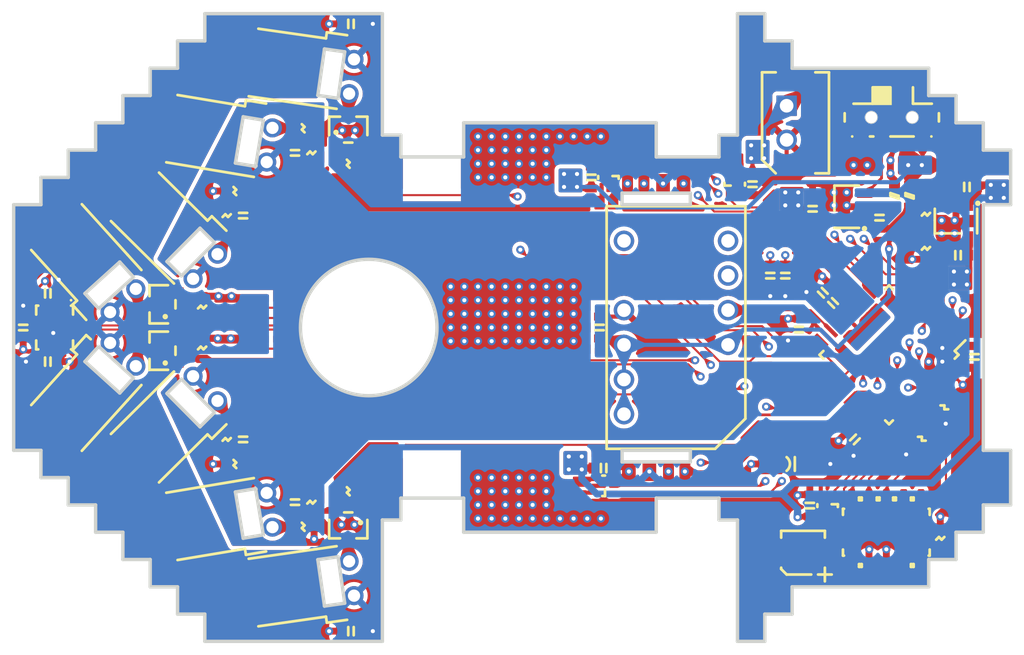
<source format=kicad_pcb>
(kicad_pcb (version 20221018) (generator pcbnew)
  (layers (0 "F.Cu" signal) (1 "In1.Cu" signal) (2 "In2.Cu" signal) (31 "B.Cu" signal) (34 "B.Paste" user) (35 "F.Paste" user) (36 "B.SilkS" user "B.Silkscreen") (37 "F.SilkS" user "F.Silkscreen") (38 "B.Mask" user) (39 "F.Mask" user) (44 "Edge.Cuts" user))
  (net 0 "")
  (net 1 "Net-(BZ1--)")
  (net 2 "Net-(BZ1-+)")
  (net 3 "Net-(U1-IN)")
  (net 4 "+3.3VA")
  (net 5 "GNDA")
  (net 6 "+BATT")
  (net 7 "GND")
  (net 8 "+3.3V")
  (net 9 "Net-(U4A-E)")
  (net 10 "FL_SEN")
  (net 11 "Net-(U4B-E)")
  (net 12 "SL_SEN")
  (net 13 "Net-(U4C-E)")
  (net 14 "SR_SEN")
  (net 15 "Net-(U4D-E)")
  (net 16 "FR_SEN")
  (net 17 "Power_EN")
  (net 22 "SWDIO")
  (net 23 "SWCLK")
  (net 24 "SWO")
  (net 27 "Net-(J3-Pin_9)")
  (net 28 "mcu_reset")
  (net 29 "Batt_voltage")
  (net 30 "FL_LED")
  (net 31 "SL_LED")
  (net 32 "SR_LED")
  (net 33 "FR_LED")
  (net 34 "IMU_AP_SCL")
  (net 35 "IMU_AP_SDA")
  (net 36 "HCMS_CLK")
  (net 37 "HCMS_RS")
  (net 38 "HCMS_DA")
  (net 39 "LMotor_IN2")
  (net 40 "LMotor_IN1")
  (net 41 "RMotor_IN2")
  (net 42 "RMotor_IN1")
  (net 43 "Right_B")
  (net 44 "SMotor_PWM")
  (net 45 "Right_A")
  (net 46 "Buzzer_PWM")
  (net 47 "Left_B")
  (net 48 "Left_A")
  (net 49 "IMU_CLKIN")
  (net 50 "IMU_INT")
  (net 51 "HCMS_CE")
  (net 52 "Net-(D1A-K)")
  (net 53 "Net-(D1B-K)")
  (net 54 "Net-(D1C-K)")
  (net 55 "Net-(D1D-K)")
  (net 56 "Net-(J6-Pin_2)")
  (net 57 "Net-(J6-Pin_1)")
  (net 58 "Net-(J7-Pin_2)")
  (net 59 "Net-(J7-Pin_1)")
  (net 60 "Net-(J8-Pin_2)")
  (net 61 "Net-(J8-Pin_1)")
  (footprint "uglyBob_HS:AS5047Connector" (layer "F.Cu") (at 107.05 90.15)
    (fp_text reference "J4" hide)
    (fp_text value "Right_Encoder_Conn")
  )
  (footprint "SMD_HS:0603_1608_C" (layer "F.Cu") (at 114.1 89.5 90)
    (fp_text reference "C26" hide)
    (fp_text value "100nF")
  )
  (footprint "SMD_HS:0603_1608_C" (layer "F.Cu") (at 117.5 100.15 90)
    (fp_text reference "C11" hide)
    (fp_text value "100nF")
  )
  (footprint "Connector_HS:5267-02A" (layer "F.Cu") (at 116.6 85 -90)
    (fp_text reference "J2" hide)
    (fp_text value "Charge_Conn" hide)
  )
  (footprint "SMD_HS:0603_1608_R" (layer "F.Cu") (at 73.8 98.5 90)
    (fp_text reference "R14" hide)
    (fp_text value "30k")
  )
  (footprint "SMD_HS:0603_1608_C" (layer "F.Cu") (at 103.2 110.3 180)
    (fp_text reference "C25" hide)
    (fp_text value "100nF")
  )
  (footprint "SMD_HS:0603_1608_R" (layer "F.Cu") (at 81.8 87.2 90)
    (fp_text reference "R9" hide)
    (fp_text value "1.2M")
  )
  (footprint "SMD_HS:0603_1608_R" (layer "F.Cu") (at 76.2 110 180)
    (fp_text reference "R5" hide)
    (fp_text value "1.2M")
  )
  (footprint "SMD_HS:0603_1608_R" (layer "F.Cu") (at 84.5 88)
    (fp_text reference "R15" hide)
    (fp_text value "30k")
  )
  (footprint "uglyBob_HS:BobIRSensor" (layer "F.Cu") (at 100 100)
    (fp_text reference "U4" hide)
    (fp_text value "SFH313FA")
  )
  (footprint "SMD_HS:0603_1608_C" (layer "F.Cu") (at 116.5 96.2 90)
    (fp_text reference "C6" hide)
    (fp_text value "1uF")
  )
  (footprint "Package_TO_SOT_SMD_HS:SOT-23-5_HandSoldering_without4" (layer "F.Cu") (at 129 92.2 -90)
    (fp_text reference "U2" hide)
    (fp_text value "TPS7A2033PDBVR")
  )
  (footprint "uglyBob_HS:batteryConnector" (layer "F.Cu") (at 124 88.1 180)
    (fp_text reference "J1" hide)
    (fp_text value "Battery_Conn")
  )
  (footprint "SMD_HS:0603_1608_R" (layer "F.Cu") (at 84.5 112 180)
    (fp_text reference "R12" hide)
    (fp_text value "30k")
  )
  (footprint "Connector_HS:FTSH-105-01-L-DV-K" (layer "F.Cu") (at 123.9 115 90)
    (fp_text reference "J3" hide)
    (fp_text value "Conn_02x05_Odd_Even" hide)
  )
  (footprint "SMD_HS:0603_1608_C" (layer "F.Cu") (at 76.8 108.2 -90)
    (fp_text reference "C14" hide)
    (fp_text value "2nF")
  )
  (footprint "Package_TO_SOT_SMD_HS:SOT-23" (layer "F.Cu") (at 70.9 98.3 180)
    (fp_text reference "U7" hide)
    (fp_text value "PMV15ENER")
  )
  (footprint "SMD_HS:0603_1608_C" (layer "F.Cu") (at 80.6 87.2 -90)
    (fp_text reference "C16" hide)
    (fp_text value "2nF")
  )
  (footprint "SMD_HS:0603_1608_C" (layer "F.Cu") (at 121.6 108.2 135)
    (fp_text reference "C12" hide)
    (fp_text value "100nF")
  )
  (footprint "Package_TO_SOT_SMD_HS:SOT-23" (layer "F.Cu") (at 84.5 114.5 -90)
    (fp_text reference "U5" hide)
    (fp_text value "PMV15ENER")
  )
  (footprint "SMD_HS:0603_1608_C" (layer "F.Cu") (at 60.7 100 90)
    (fp_text reference "C21" hide)
    (fp_text value "10nF")
  )
  (footprint "Package_QFP_HS:LQFP-48_7x7mm_P0.5mm" (layer "F.Cu") (at 124.1 102 -135)
    (fp_text reference "U3" hide)
    (fp_text value "STM32G4xxC")
  )
  (footprint "Display_HS:HCMS-390x" (layer "F.Cu") (at 108.5 100 90)
    (fp_text reference "U13" hide)
    (fp_text value "HCMS-390X")
  )
  (footprint "SMD_HS:0603_1608_R" (layer "F.Cu") (at 75.6 91.8 90)
    (fp_text reference "R6" hide)
    (fp_text value "1.2M")
  )
  (footprint "SMD_HS:0603_1608_L" (layer "F.Cu") (at 124.5 90.35 -90)
    (fp_text reference "FB2" hide)
    (fp_text value "600R@100MHz")
  )
  (footprint "uglyBob_HS:BobIRLED" (layer "F.Cu") (at 100 100)
    (fp_text reference "D1" hide)
    (fp_text value "SFH4550")
  )
  (footprint "SMD_HS:0603_1608_C" (layer "F.Cu") (at 120 98.2 45)
    (fp_text reference "C8" hide)
    (fp_text value "10nF")
  )
  (footprint "Button_Switch_SMD_HS:EG1215AA" (layer "F.Cu") (at 124.3 84.6 180)
    (fp_text reference "SW1" hide)
    (fp_text value "SW_SPDT" hide)
    (fp_circle (center -1.5 0) (end -1.05 0) (stroke (width 0.05)) (fill none) (layer "Edge.Cuts"))
    (fp_circle (center 1.5 0) (end 1.95 0) (stroke (width 0.05)) (fill none) (layer "Edge.Cuts"))
  )
  (footprint "SMD_HS:0603_1608_R" (layer "F.Cu") (at 127.85 115.45 -90)
    (fp_text reference "R1" hide)
    (fp_text value "100")
  )
  (footprint "SMD_HS:0603_1608_C" (layer "F.Cu") (at 115.4 96.2 90)
    (fp_text reference "C5" hide)
    (fp_text value "1uF")
  )
  (footprint "SMD_HS:0603_1608_C" (layer "F.Cu") (at 62.5 97.5)
    (fp_text reference "C22" hide)
    (fp_text value "100nF")
  )
  (footprint "uglyBob_HS:AS5047Connector" (layer "F.Cu") (at 107.05 109.85 180)
    (fp_text reference "J5" hide)
    (fp_text value "Left_Encoder_Conn")
  )
  (footprint "SMD_HS:0603_1608_R" (layer "F.Cu") (at 126.8 91.7 -90)
    (fp_text reference "R10" hide)
    (fp_text value "10k")
  )
  (footprint "SMD_HS:0603_1608_C" (layer "F.Cu") (at 129.15 94.7 180)
    (fp_text reference "C4" hide)
    (fp_text value "1uF")
  )
  (footprint "SMD_HS:0603_1608_R" (layer "F.Cu") (at 76.2 90 180)
    (fp_text reference "R7" hide)
    (fp_text value "1.2M")
  )
  (footprint "SMD_HS:0603_1608_R" (layer "F.Cu") (at 81.2 114.6)
    (fp_text reference "R2" hide)
    (fp_text value "1.2M")
  )
  (footprint "SMD_HS:0603_1608_R" (layer "F.Cu") (at 128.15 105.85 45)
    (fp_text reference "R17" hide)
    (fp_text value "10k")
  )
  (footprint "uglyBob_HS:MotorConnector" (layer "F.Cu") (at 101.45 111.8 90)
    (fp_text reference "J7" hide)
    (fp_text value "LMotor_Conn" hide)
  )
  (footprint "SMD_HS:0603_1608_C" (layer "F.Cu") (at 80.6 112.8 90)
    (fp_text reference "C13" hide)
    (fp_text value "2nF")
  )
  (footprint "SMD_HS:0603_1608_L" (layer "F.Cu") (at 125.6 90.35 90)
    (fp_text reference "FB1" hide)
    (fp_text value "600R@100MHz")
  )
  (footprint "Package_TO_SOT_SMD_HS:SOT-23" (layer "F.Cu") (at 84.5 85.5 90)
    (fp_text reference "U8" hide)
    (fp_text value "PMV15ENER")
  )
  (footprint "Package_TO_SOT_SMD_HS:SOT-563" (layer "F.Cu") (at 112.8 89.5 90)
    (fp_text reference "U12" hide)
    (fp_text value "DRV8212DRLR" hide)
  )
  (footprint "Package_TO_SOT_SMD_HS:SOT-23" (layer "F.Cu") (at 70.9 101.7 180)
    (fp_text reference "U6" hide)
    (fp_text value "PMV15ENER")
  )
  (footprint "Package_TO_SOT_SMD_HS:SOT-563" (layer "F.Cu") (at 119.6 113.05 -90)
    (fp_text reference "U14" hide)
    (fp_text value "DRV8212DRLR" hide)
  )
  (footprint "Package_TO_SOT_SMD_HS:SOT-563" (layer "F.Cu") (at 103.2 111.6 180)
    (fp_text reference "U11" hide)
    (fp_text value "DRV8212DRLR" hide)
  )
  (footprint "Package_TO_SOT_SMD_HS:SOT-563" (layer "F.Cu") (at 103.55 89 -90)
    (fp_text reference "U10" hide)
    (fp_text value "DRV8212DRLR" hide)
  )
  (footprint "SMD_HS:0603_1608_C" (layer "F.Cu") (at 84.7 122.25)
    (fp_text reference "C17" hide)
    (fp_text value "2.2uF" hide)
  )
  (footprint "SMD_HS:0603_1608_C" (layer "F.Cu") (at 130.35 102.15 -90)
    (fp_text reference "C10" hide)
    (fp_text value "100nF")
  )
  (footprint "uglyBob_HS:MotorConnector" (layer "F.Cu") (at 112.55 87.75)
    (fp_text reference "J8" hide)
    (fp_text value "SMotor_Conn")
  )
  (footprint "Package_TO_SOT_SMD_HS:SOT-23-5_HandSoldering_without4" (layer "F.Cu") (at 121 91.15 180)
    (fp_text reference "U1" hide)
    (fp_text value "TPS7A2033PDBVR")
  )
  (footprint "SMD_HS:0603_1608_R" (layer "F.Cu") (at 81.8 112.8 -90)
    (fp_text reference "R3" hide)
    (fp_text value "1.2M")
  )
  (footprint "SMD_HS:0603_1608_R" (layer "F.Cu") (at 81.2 85.4)
    (fp_text reference "R8" hide)
    (fp_text value "1.2M")
  )
  (footprint "SMD_HS:0603_1608_C" (layer "F.Cu") (at 62.5 102.5 180)
    (fp_text reference "C23" hide)
    (fp_text value "2.2uF")
  )
  (footprint "uglyBob_HS:MotorConnector" (layer "F.Cu") (at 103.4 90.85 180)
    (fp_text reference "J6" hide)
    (fp_text value "RMotor_Conn")
  )
  (footprint "SMD_HS:0603_1608_R" (layer "F.Cu") (at 73.8 101.5 90)
    (fp_text reference "R13" hide)
    (fp_text value "30k")
  )
  (footprint "Buzzer_HS:CMT-332-65-SMT-TR" (layer "F.Cu") (at 117.8 116.5 180)
    (fp_text reference "BZ1" hide)
    (fp_text value "CMT-322-65-SMT-TR" hide)
  )
  (footprint "SMD_HS:0603_1608_R" (layer "F.Cu") (at 75.6 108.2 -90)
    (fp_text reference "R4" hide)
    (fp_text value "1.2M")
  )
  (footprint "SMD_HS:0603_1608_C" (layer "F.Cu") (at 118.5 91.3 90)
    (fp_text reference "C2" hide)
    (fp_text value "1uF")
  )
  (footprint "Package_LGA_HS:LGA-14_2.5x3x0.91_long" (layer "F.Cu") (at 63 100 -90)
    (fp_text reference "U9" hide)
    (fp_text value "ICM-42688-V")
  )
  (footprint "SMD_HS:0603_1608_C" (layer "F.Cu") (at 84.7 77.75)
    (fp_text reference "C20" hide)
    (fp_text value "2.2uF")
  )
  (footprint "SMD_HS:1206_3216_C_Polarized_HandSolder" (layer "F.Cu") (at 116.9 110 180)
    (fp_text reference "C9" hide)
    (fp_text value "4.7uF")
  )
  (footprint "SMD_HS:0603_1608_C" (layer "F.Cu") (at 119.25 97.45 45)
    (fp_text reference "C7" hide)
    (fp_text value "100nF")
  )
  (footprint "SMD_HS:0603_1608_R" (layer "F.Cu") (at 126.8 94.2 -90)
    (fp_text reference "R11" hide)
    (fp_text value "10k")
  )
  (footprint "SMD_HS:0603_1608_C" (layer "F.Cu") (at 102.9 100 -90)
    (fp_text reference "C27" hide)
    (fp_text value "100nF")
  )
  (footprint "SMD_HS:0603_1608_C" (layer "F.Cu") (at 129.8 89.7 180)
    (fp_text reference "C3" hide)
    (fp_text value "1uF")
  )
  (footprint "SMD_HS:0603_1608_R" (layer "F.Cu") (at 126.5 108.15 45)
    (fp_text reference "R16" hide)
    (fp_text value "10k")
  )
  (footprint "SMD_HS:0603_1608_C" (layer "F.Cu") (at 102.3 89 -90)
    (fp_text reference "C24" hide)
    (fp_text value "100nF")
  )
  (footprint "SMD_HS:0603_1608_C" (layer "F.Cu") (at 76.8 91.8 90)
    (fp_text reference "C15" hide)
    (fp_text value "2nF")
  )
  (footprint "SMD_HS:0603_1608_C" (layer "F.Cu") (at 118.3 113.05 -90)
    (fp_text reference "C28" hide)
    (fp_text value "100nF")
  )
  (footprint "SMD_HS:0603_1608_C" (layer "F.Cu") (at 123.4 91.95 90)
    (fp_text reference "C1" hide)
    (fp_text value "1uF")
  )
  (gr_line (start 131 109) (end 131 91) (stroke (width 0.25)) (layer "Edge.Cuts"))
  (gr_line (start 113 85.9) (end 111.65 85.9) (stroke (width 0.25)) (layer "Edge.Cuts"))
  (gr_line (start 70 119) (end 72 119) (stroke (width 0.25)) (layer "Edge.Cuts"))
  (gr_line (start 74 77) (end 74 79) (stroke (width 0.25)) (layer "Edge.Cuts"))
  (gr_line (start 111.65 85.9) (end 111.65 87.5) (stroke (width 0.25)) (layer "Edge.Cuts"))
  (gr_line (start 104.55 90.15) (end 104.55 91) (stroke (width 0.25)) (layer "Edge.Cuts"))
  (gr_line (start 62 89) (end 62 91) (stroke (width 0.25)) (layer "Edge.Cuts"))
  (gr_line (start 72.289087 96.221512) (end 74.710913 93.778488) (stroke (width 0.25)) (layer "Edge.Cuts"))
  (gr_line (start 72 119) (end 72 121) (stroke (width 0.25)) (layer "Edge.Cuts"))
  (gr_line (start 82.271476 117.009831) (end 82.758777 120.415141) (stroke (width 0.25)) (layer "Edge.Cuts"))
  (gr_line (start 92.95 85) (end 92.95 87.5) (stroke (width 0.25)) (layer "Edge.Cuts"))
  (gr_line (start 109.55 91) (end 109.55 90.15) (stroke (width 0.25)) (layer "Edge.Cuts"))
  (gr_line (start 107.05 87.5) (end 107.05 85) (stroke (width 0.25)) (layer "Edge.Cuts"))
  (gr_line (start 76.236736 112.051104) (end 76.804391 115.443944) (stroke (width 0.25)) (layer "Edge.Cuts"))
  (gr_line (start 60 109) (end 62 109) (stroke (width 0.25)) (layer "Edge.Cuts"))
  (gr_line (start 92.95 87.5) (end 88.35 87.5) (stroke (width 0.25)) (layer "Edge.Cuts"))
  (gr_line (start 131 113) (end 133 113) (stroke (width 0.25)) (layer "Edge.Cuts"))
  (gr_line (start 74.710913 93.778488) (end 73.645641 92.72246) (stroke (width 0.25)) (layer "Edge.Cuts"))
  (gr_line (start 78.283828 84.80358) (end 76.804391 84.556056) (stroke (width 0.25)) (layer "Edge.Cuts"))
  (gr_line (start 66.224452 101.382569) (end 65.218185 102.494965) (stroke (width 0.25)) (layer "Edge.Cuts"))
  (gr_line (start 129 117) (end 129 115) (stroke (width 0.25)) (layer "Edge.Cuts"))
  (gr_line (start 104.55 91) (end 109.55 91) (stroke (width 0.25)) (layer "Edge.Cuts"))
  (gr_line (start 129 115) (end 131 115) (stroke (width 0.25)) (layer "Edge.Cuts"))
  (gr_line (start 117 119) (end 127 119) (stroke (width 0.25)) (layer "Edge.Cuts"))
  (gr_line (start 88.35 85.9) (end 87 85.9) (stroke (width 0.25)) (layer "Edge.Cuts"))
  (gr_line (start 111.65 114.1) (end 113 114.1) (stroke (width 0.25)) (layer "Edge.Cuts"))
  (gr_line (start 78.283828 115.19642) (end 77.716172 111.80358) (stroke (width 0.25)) (layer "Edge.Cuts"))
  (gr_line (start 115 123) (end 115 121) (stroke (width 0.25)) (layer "Edge.Cuts"))
  (gr_line (start 87 114.1) (end 88.35 114.1) (stroke (width 0.25)) (layer "Edge.Cuts"))
  (gr_line (start 115 79) (end 115 77) (stroke (width 0.25)) (layer "Edge.Cuts"))
  (gr_line (start 88.35 112.5) (end 92.95 112.5) (stroke (width 0.25)) (layer "Edge.Cuts"))
  (gr_line (start 107.05 85) (end 92.95 85) (stroke (width 0.25)) (layer "Edge.Cuts"))
  (gr_line (start 111.65 87.5) (end 107.05 87.5) (stroke (width 0.25)) (layer "Edge.Cuts"))
  (gr_line (start 133 87) (end 131 87) (stroke (width 0.25)) (layer "Edge.Cuts"))
  (gr_line (start 111.65 112.5) (end 111.65 114.1) (stroke (width 0.25)) (layer "Edge.Cuts"))
  (gr_line (start 83.756349 83.202655) (end 84.243651 79.797345) (stroke (width 0.25)) (layer "Edge.Cuts"))
  (gr_line (start 77.716172 88.19642) (end 78.283828 84.80358) (stroke (width 0.25)) (layer "Edge.Cuts"))
  (gr_line (start 68.775548 96.309725) (end 67.769281 95.197328) (stroke (width 0.25)) (layer "Edge.Cuts"))
  (gr_line (start 129 85) (end 129 83) (stroke (width 0.25)) (layer "Edge.Cuts"))
  (gr_line (start 127 81) (end 117 81) (stroke (width 0.25)) (layer "Edge.Cuts"))
  (gr_line (start 60 91) (end 60 109) (stroke (width 0.25)) (layer "Edge.Cuts"))
  (gr_line (start 87 77) (end 74 77) (stroke (width 0.25)) (layer "Edge.Cuts"))
  (gr_line (start 66 113) (end 66 115) (stroke (width 0.25)) (layer "Edge.Cuts"))
  (gr_line (start 72 79) (end 72 81) (stroke (width 0.25)) (layer "Edge.Cuts"))
  (gr_line (start 92.95 112.5) (end 92.95 115) (stroke (width 0.25)) (layer "Edge.Cuts"))
  (gr_line (start 65.218185 97.505035) (end 66.224452 98.617431) (stroke (width 0.25)) (layer "Edge.Cuts"))
  (gr_line (start 68 115) (end 68 117) (stroke (width 0.25)) (layer "Edge.Cuts"))
  (gr_line (start 84.243651 120.202655) (end 83.756349 116.797345) (stroke (width 0.25)) (layer "Edge.Cuts"))
  (gr_line (start 113 77) (end 113 85.9) (stroke (width 0.25)) (layer "Edge.Cuts"))
  (gr_line (start 127 119) (end 127 117) (stroke (width 0.25)) (layer "Edge.Cuts"))
  (gr_line (start 64 113) (end 66 113) (stroke (width 0.25)) (layer "Edge.Cuts"))
  (gr_line (start 77.716172 111.80358) (end 76.236736 112.051104) (stroke (width 0.25)) (layer "Edge.Cuts"))
  (gr_line (start 72.289087 103.778488) (end 71.223816 104.834517) (stroke (width 0.25)) (layer "Edge.Cuts"))
  (gr_line (start 76.804391 84.556056) (end 76.236736 87.948896) (stroke (width 0.25)) (layer "Edge.Cuts"))
  (gr_line (start 64 87) (end 64 89) (stroke (width 0.25)) (layer "Edge.Cuts"))
  (gr_line (start 133 113) (end 133 109) (stroke (width 0.25)) (layer "Edge.Cuts"))
  (gr_line (start 70 81) (end 70 83) (stroke (width 0.25)) (layer "Edge.Cuts"))
  (gr_line (start 87 123) (end 87 114.1) (stroke (width 0.25)) (layer "Edge.Cuts"))
  (gr_line (start 62 91) (end 60 91) (stroke (width 0.25)) (layer "Edge.Cuts"))
  (gr_line (start 67.769281 95.197328) (end 65.218185 97.505035) (stroke (width 0.25)) (layer "Edge.Cuts"))
  (gr_line (start 107.05 112.5) (end 111.65 112.5) (stroke (width 0.25)) (layer "Edge.Cuts"))
  (gr_line (start 74 79) (end 72 79) (stroke (width 0.25)) (layer "Edge.Cuts"))
  (gr_line (start 113 114.1) (end 113 123) (stroke (width 0.25)) (layer "Edge.Cuts"))
  (gr_line (start 131 85) (end 129 85) (stroke (width 0.25)) (layer "Edge.Cuts"))
  (gr_line (start 71.223816 104.834517) (end 73.645641 107.27754) (stroke (width 0.25)) (layer "Edge.Cuts"))
  (gr_line (start 104.55 109.85) (end 109.55 109.85) (stroke (width 0.25)) (layer "Edge.Cuts"))
  (gr_line (start 68 85) (end 66 85) (stroke (width 0.25)) (layer "Edge.Cuts"))
  (gr_line (start 83.756349 116.797345) (end 82.271476 117.009831) (stroke (width 0.25)) (layer "Edge.Cuts"))
  (gr_line (start 72 81) (end 70 81) (stroke (width 0.25)) (layer "Edge.Cuts"))
  (gr_line (start 66 85) (end 66 87) (stroke (width 0.25)) (layer "Edge.Cuts"))
  (gr_line (start 107.05 115) (end 107.05 112.5) (stroke (width 0.25)) (layer "Edge.Cuts"))
  (gr_line (start 68 117) (end 70 117) (stroke (width 0.25)) (layer "Edge.Cuts"))
  (gr_line (start 82.758777 120.415141) (end 84.243651 120.202655) (stroke (width 0.25)) (layer "Edge.Cuts"))
  (gr_line (start 64 89) (end 62 89) (stroke (width 0.25)) (layer "Edge.Cuts"))
  (gr_line (start 82.758777 79.584859) (end 82.271476 82.990169) (stroke (width 0.25)) (layer "Edge.Cuts"))
  (gr_line (start 109.55 90.15) (end 104.55 90.15) (stroke (width 0.25)) (layer "Edge.Cuts"))
  (gr_line (start 68.775548 103.690275) (end 66.224452 101.382569) (stroke (width 0.25)) (layer "Edge.Cuts"))
  (gr_circle (center 86 100) (end 91 100) (stroke (width 0.25)) (fill none) (layer "Edge.Cuts"))
  (gr_line (start 88.35 87.5) (end 88.35 85.9) (stroke (width 0.25)) (layer "Edge.Cuts"))
  (gr_line (start 74.710913 106.221512) (end 72.289087 103.778488) (stroke (width 0.25)) (layer "Edge.Cuts"))
  (gr_line (start 87 85.9) (end 87 77) (stroke (width 0.25)) (layer "Edge.Cuts"))
  (gr_line (start 74 121) (end 74 123) (stroke (width 0.25)) (layer "Edge.Cuts"))
  (gr_line (start 73.645641 92.72246) (end 71.223816 95.165483) (stroke (width 0.25)) (layer "Edge.Cuts"))
  (gr_line (start 131 91) (end 133 91) (stroke (width 0.25)) (layer "Edge.Cuts"))
  (gr_line (start 66.224452 98.617431) (end 68.775548 96.309725) (stroke (width 0.25)) (layer "Edge.Cuts"))
  (gr_line (start 131 115) (end 131 113) (stroke (width 0.25)) (layer "Edge.Cuts"))
  (gr_line (start 109.55 109) (end 104.55 109) (stroke (width 0.25)) (layer "Edge.Cuts"))
  (gr_line (start 92.95 115) (end 107.05 115) (stroke (width 0.25)) (layer "Edge.Cuts"))
  (gr_line (start 82.271476 82.990169) (end 83.756349 83.202655) (stroke (width 0.25)) (layer "Edge.Cuts"))
  (gr_line (start 84.243651 79.797345) (end 82.758777 79.584859) (stroke (width 0.25)) (layer "Edge.Cuts"))
  (gr_line (start 71.223816 95.165483) (end 72.289087 96.221512) (stroke (width 0.25)) (layer "Edge.Cuts"))
  (gr_line (start 73.645641 107.27754) (end 74.710913 106.221512) (stroke (width 0.25)) (layer "Edge.Cuts"))
  (gr_line (start 62 111) (end 64 111) (stroke (width 0.25)) (layer "Edge.Cuts"))
  (gr_line (start 117 79) (end 115 79) (stroke (width 0.25)) (layer "Edge.Cuts"))
  (gr_line (start 115 121) (end 117 121) (stroke (width 0.25)) (layer "Edge.Cuts"))
  (gr_line (start 113 123) (end 115 123) (stroke (width 0.25)) (layer "Edge.Cuts"))
  (gr_line (start 67.769281 104.802672) (end 68.775548 103.690275) (stroke (width 0.25)) (layer "Edge.Cuts"))
  (gr_line (start 76.236736 87.948896) (end 77.716172 88.19642) (stroke (width 0.25)) (layer "Edge.Cuts"))
  (gr_line (start 62 109) (end 62 111) (stroke (width 0.25)) (layer "Edge.Cuts"))
  (gr_line (start 65.218185 102.494965) (end 67.769281 104.802672) (stroke (width 0.25)) (layer "Edge.Cuts"))
  (gr_line (start 131 87) (end 131 85) (stroke (width 0.25)) (layer "Edge.Cuts"))
  (gr_line (start 70 117) (end 70 119) (stroke (width 0.25)) (layer "Edge.Cuts"))
  (gr_line (start 72 121) (end 74 121) (stroke (width 0.25)) (layer "Edge.Cuts"))
  (gr_line (start 127 83) (end 127 81) (stroke (width 0.25)) (layer "Edge.Cuts"))
  (gr_line (start 115 77) (end 113 77) (stroke (width 0.25)) (layer "Edge.Cuts"))
  (gr_line (start 109.55 109.85) (end 109.55 109) (stroke (width 0.25)) (layer "Edge.Cuts"))
  (gr_line (start 127 117) (end 129 117) (stroke (width 0.25)) (layer "Edge.Cuts"))
  (gr_line (start 104.55 109) (end 104.55 109.85) (stroke (width 0.25)) (layer "Edge.Cuts"))
  (gr_line (start 64 111) (end 64 113) (stroke (width 0.25)) (layer "Edge.Cuts"))
  (gr_line (start 74 123) (end 87 123) (stroke (width 0.25)) (layer "Edge.Cuts"))
  (gr_line (start 117 121) (end 117 119) (stroke (width 0.25)) (layer "Edge.Cuts"))
  (gr_line (start 133 91) (end 133 87) (stroke (width 0.25)) (layer "Edge.Cuts"))
  (gr_line (start 68 83) (end 68 85) (stroke (width 0.25)) (layer "Edge.Cuts"))
  (gr_line (start 88.35 114.1) (end 88.35 112.5) (stroke (width 0.25)) (layer "Edge.Cuts"))
  (gr_line (start 66 115) (end 68 115) (stroke (width 0.25)) (layer "Edge.Cuts"))
  (gr_line (start 76.804391 115.443944) (end 78.283828 115.19642) (stroke (width 0.25)) (layer "Edge.Cuts"))
  (gr_line (start 133 109) (end 131 109) (stroke (width 0.25)) (layer "Edge.Cuts"))
  (gr_line (start 117 81) (end 117 79) (stroke (width 0.25)) (layer "Edge.Cuts"))
  (gr_line (start 129 83) (end 127 83) (stroke (width 0.25)) (layer "Edge.Cuts"))
  (gr_line (start 66 87) (end 64 87) (stroke (width 0.25)) (layer "Edge.Cuts"))
  (gr_line (start 70 83) (end 68 83) (stroke (width 0.25)) (layer "Edge.Cuts"))
  (segment (start 120.1 115.4) (end 119 116.5) (width 0.2) (layer "F.Cu") (net 1))
  (segment (start 120.1 113.79) (end 120.1 115.4) (width 0.2) (layer "F.Cu") (net 1))
  (segment (start 116.6 116.5) (end 118 115.1) (width 0.2) (layer "F.Cu") (net 2))
  (segment (start 118 115.1) (end 119.1 115.1) (width 0.2) (layer "F.Cu") (net 2))
  (segment (start 119.1 115.1) (end 119.1 113.79) (width 0.2) (layer "F.Cu") (net 2))
  (segment (start 124.180596 92.75) (end 123.4 92.75) (width 0.5) (layer "F.Cu") (net 3))
  (segment (start 125.6 91.330596) (end 124.180596 92.75) (width 0.5) (layer "F.Cu") (net 3))
  (segment (start 122.75 92.1) (end 123.4 92.75) (width 0.5) (layer "F.Cu") (net 3))
  (segment (start 125.6 91.15) (end 125.6 91.330596) (width 0.5) (layer "F.Cu") (net 3))
  (segment (start 122.3 92.1) (end 122.75 92.1) (width 0.5) (layer "F.Cu") (net 3))
  (segment (start 119.434315 98.765685) (end 118.684315 98.015685) (width 0.2) (layer "F.Cu") (net 4))
  (segment (start 118.684315 98.015685) (end 118.665685 98.015685) (width 0.2) (layer "F.Cu") (net 4))
  (segment (start 118.5 92.1) (end 117.45 91.05) (width 0.5) (layer "F.Cu") (net 4))
  (segment (start 119.805025 98.765685) (end 120.564466 99.525126) (width 0.2) (layer "F.Cu") (net 4))
  (segment (start 118.665685 98.015685) (end 118.05 97.4) (width 0.2) (layer "F.Cu") (net 4))
  (segment (start 119.434315 99.102082) (end 120.210913 99.87868) (width 0.2) (layer "F.Cu") (net 4))
  (segment (start 116.5 97) (end 116.5 97.7) (width 0.2) (layer "F.Cu") (net 4))
  (segment (start 119.7 92.1) (end 118.5 92.1) (width 0.5) (layer "F.Cu") (net 4))
  (segment (start 119.434315 98.765685) (end 119.434315 99.102082) (width 0.2) (layer "F.Cu") (net 4))
  (segment (start 115.4 97) (end 115.4 97.7) (width 0.2) (layer "F.Cu") (net 4))
  (segment (start 119.434315 98.765685) (end 119.805025 98.765685) (width 0.2) (layer "F.Cu") (net 4))
  (via (at 116.5 90.1) (size 0.6) (drill 0.3) (layers "F.Cu" "B.Cu") (net 4))
  (via (at 116.5 91.05) (size 0.6) (drill 0.3) (layers "F.Cu" "B.Cu") (net 4))
  (via (at 117.45 90.1) (size 0.6) (drill 0.3) (layers "F.Cu" "B.Cu") (net 4))
  (via (at 118.05 97.4) (size 0.6) (drill 0.3) (layers "F.Cu" "B.Cu") (net 4))
  (via (at 115.4 97.7) (size 0.6) (drill 0.3) (layers "F.Cu" "B.Cu") (net 4))
  (via (at 116.5 97.7) (size 0.6) (drill 0.3) (layers "F.Cu" "B.Cu") (net 4))
  (via (at 117.45 91.05) (size 0.6) (drill 0.3) (layers "F.Cu" "B.Cu") (net 4))
  (segment (start 119.815685 96.865685) (end 119.2 96.25) (width 0.2) (layer "F.Cu") (net 5))
  (segment (start 82 113.8) (end 81.8 113.6) (width 0.3) (layer "F.Cu") (net 5))
  (segment (start 75.4 110) (end 75.4 109.2) (width 0.3) (layer "F.Cu") (net 5))
  (segment (start 75.4 109.2) (end 75.6 109) (width 0.3) (layer "F.Cu") (net 5))
  (segment (start 82 85.4) (end 82 86.2) (width 0.3) (layer "F.Cu") (net 5))
  (segment (start 75.4 90) (end 75.4 90.8) (width 0.3) (layer "F.Cu") (net 5))
  (segment (start 120.1 98.353554) (end 120.1 98.1) (width 0.2) (layer "F.Cu") (net 5))
  (segment (start 122.3 91.15) (end 121.1 91.15) (width 0.5) (layer "F.Cu") (net 5))
  (segment (start 82 114.6) (end 82 113.8) (width 0.3) (layer "F.Cu") (net 5))
  (segment (start 116.5 95.4) (end 116.5 94.7) (width 0.2) (layer "F.Cu") (net 5))
  (segment (start 119.815685 96.884315) (end 119.815685 96.865685) (width 0.2) (layer "F.Cu") (net 5))
  (segment (start 82 86.2) (end 81.8 86.4) (width 0.3) (layer "F.Cu") (net 5))
  (segment (start 120.918019 99.171573) (end 120.1 98.353554) (width 0.2) (layer "F.Cu") (net 5))
  (segment (start 120.1 98.1) (end 120.565685 97.634315) (width 0.2) (layer "F.Cu") (net 5))
  (segment (start 75.4 90.8) (end 75.6 91) (width 0.3) (layer "F.Cu") (net 5))
  (segment (start 75.4 90) (end 74.6 90) (width 0.2) (layer "F.Cu") (net 5))
  (segment (start 121.1 91.15) (end 121 91.05) (width 0.5) (layer "F.Cu") (net 5))
  (segment (start 82 114.6) (end 82 115.5) (width 0.2) (layer "F.Cu") (net 5))
  (segment (start 120.45 90.5) (end 121 91.05) (width 0.5) (layer "F.Cu") (net 5))
  (segment (start 118.5 90.5) (end 120.45 90.5) (width 0.5) (layer "F.Cu") (net 5))
  (segment (start 124.5 91.15) (end 122.3 91.15) (width 0.5) (layer "F.Cu") (net 5))
  (segment (start 115.4 95.4) (end 115.4 94.7) (width 0.2) (layer "F.Cu") (net 5))
  (segment (start 75.4 110) (end 74.6 110) (width 0.2) (layer "F.Cu") (net 5))
  (segment (start 120.565685 97.634315) (end 119.815685 96.884315) (width 0.2) (layer "F.Cu") (net 5))
  (via (at 99 97) (size 0.6) (drill 0.3) (layers "F.Cu" "B.Cu") (net 5))
  (via (at 93 98) (size 0.6) (drill 0.3) (layers "F.Cu" "B.Cu") (net 5))
  (via (at 100 101) (size 0.6) (drill 0.3) (layers "F.Cu" "B.Cu") (net 5))
  (via (at 95 97) (size 0.6) (drill 0.3) (layers "F.Cu" "B.Cu") (net 5))
  (via (at 92 97) (size 0.6) (drill 0.3) (layers "F.Cu" "B.Cu") (net 5))
  (via (at 74.6 90) (size 0.6) (drill 0.3) (layers "F.Cu" "B.Cu") (net 5))
  (via (at 95 99) (size 0.6) (drill 0.3) (layers "F.Cu" "B.Cu") (net 5))
  (via (at 98 101) (size 0.6) (drill 0.3) (layers "F.Cu" "B.Cu") (net 5))
  (via (at 97 100) (size 0.6) (drill 0.3) (layers "F.Cu" "B.Cu") (net 5))
  (via (at 121 90.1) (size 0.6) (drill 0.3) (layers "F.Cu" "B.Cu") (net 5))
  (via (at 92 99) (size 0.6) (drill 0.3) (layers "F.Cu" "B.Cu") (net 5))
  (via (at 95 100) (size 0.6) (drill 0.3) (layers "F.Cu" "B.Cu") (net 5))
  (via (at 100 99) (size 0.6) (drill 0.3) (layers "F.Cu" "B.Cu") (net 5))
  (via (at 120.05 90.1) (size 0.6) (drill 0.3) (layers "F.Cu" "B.Cu") (net 5))
  (via (at 99 98) (size 0.6) (drill 0.3) (layers "F.Cu" "B.Cu") (net 5))
  (via (at 96 100) (size 0.6) (drill 0.3) (layers "F.Cu" "B.Cu") (net 5))
  (via (at 98 98) (size 0.6) (drill 0.3) (layers "F.Cu" "B.Cu") (net 5))
  (via (at 95 101) (size 0.6) (drill 0.3) (layers "F.Cu" "B.Cu") (net 5))
  (via (at 100 98) (size 0.6) (drill 0.3) (layers "F.Cu" "B.Cu") (net 5))
  (via (at 97 101) (size 0.6) (drill 0.3) (layers "F.Cu" "B.Cu") (net 5))
  (via (at 95 98) (size 0.6) (drill 0.3) (layers "F.Cu" "B.Cu") (net 5))
  (via (at 97 99) (size 0.6) (drill 0.3) (layers "F.Cu" "B.Cu") (net 5))
  (via (at 92 101) (size 0.6) (drill 0.3) (layers "F.Cu" "B.Cu") (net 5))
  (via (at 115.4 94.7) (size 0.6) (drill 0.3) (layers "F.Cu" "B.Cu") (net 5))
  (via (at 93 100) (size 0.6) (drill 0.3) (layers "F.Cu" "B.Cu") (net 5))
  (via (at 96 97) (size 0.6) (drill 0.3) (layers "F.Cu" "B.Cu") (net 5))
  (via (at 101 100) (size 0.6) (drill 0.3) (layers "F.Cu" "B.Cu") (net 5))
  (via (at 121 91.05) (size 0.6) (drill 0.3) (layers "F.Cu" "B.Cu") (net 5))
  (via (at 82 115.5) (size 0.6) (drill 0.3) (layers "F.Cu" "B.Cu") (net 5))
  (via (at 94 97) (size 0.6) (drill 0.3) (layers "F.Cu" "B.Cu") (net 5))
  (via (at 99 101) (size 0.6) (drill 0.3) (layers "F.Cu" "B.Cu") (net 5))
  (via (at 98 100) (size 0.6) (drill 0.3) (layers "F.Cu" "B.Cu") (net 5))
  (via (at 99 99) (size 0.6) (drill 0.3) (layers "F.Cu" "B.Cu") (net 5))
  (via (at 93 101) (size 0.6) (drill 0.3) (layers "F.Cu" "B.Cu") (net 5))
  (via (at 101 99) (size 0.6) (drill 0.3) (layers "F.Cu" "B.Cu") (net 5))
  (via (at 101 98) (size 0.6) (drill 0.3) (layers "F.Cu" "B.Cu") (net 5))
  (via (at 97 97) (size 0.6) (drill 0.3) (layers "F.Cu" "B.Cu") (net 5))
  (via (at 94 98) (size 0.6) (drill 0.3) (layers "F.Cu" "B.Cu") (net 5))
  (via (at 100 100) (size 0.6) (drill 0.3) (layers "F.Cu" "B.Cu") (net 5))
  (via (at 116.5 94.7) (size 0.6) (drill 0.3) (layers "F.Cu" "B.Cu") (net 5))
  (via (at 97 98) (size 0.6) (drill 0.3) (layers "F.Cu" "B.Cu") (net 5))
  (via (at 96 99) (size 0.6) (drill 0.3) (layers "F.Cu" "B.Cu") (net 5))
  (via (at 100 97) (size 0.6) (drill 0.3) (layers "F.Cu" "B.Cu") (net 5))
  (via (at 101 97) (size 0.6) (drill 0.3) (layers "F.Cu" "B.Cu") (net 5))
  (via (at 92 100) (size 0.6) (drill 0.3) (layers "F.Cu" "B.Cu") (net 5))
  (via (at 96 101) (size 0.6) (drill 0.3) (layers "F.Cu" "B.Cu") (net 5))
  (via (at 92 98) (size 0.6) (drill 0.3) (layers "F.Cu" "B.Cu") (net 5))
  (via (at 93 99) (size 0.6) (drill 0.3) (layers "F.Cu" "B.Cu") (net 5))
  (via (at 93 97) (size 0.6) (drill 0.3) (layers "F.Cu" "B.Cu") (net 5))
  (via (at 96 98) (size 0.6) (drill 0.3) (layers "F.Cu" "B.Cu") (net 5))
  (via (at 94 100) (size 0.6) (drill 0.3) (layers "F.Cu" "B.Cu") (net 5))
  (via (at 99 100) (size 0.6) (drill 0.3) (layers "F.Cu" "B.Cu") (net 5))
  (via (at 98 97) (size 0.6) (drill 0.3) (layers "F.Cu" "B.Cu") (net 5))
  (via (at 120.05 91.05) (size 0.6) (drill 0.3) (layers "F.Cu" "B.Cu") (net 5))
  (via (at 94 99) (size 0.6) (drill 0.3) (layers "F.Cu" "B.Cu") (net 5))
  (via (at 74.6 110) (size 0.6) (drill 0.3) (layers "F.Cu" "B.Cu") (net 5))
  (via (at 98 99) (size 0.6) (drill 0.3) (layers "F.Cu" "B.Cu") (net 5))
  (via (at 101 101) (size 0.6) (drill 0.3) (layers "F.Cu" "B.Cu") (net 5))
  (via (at 94 101) (size 0.6) (drill 0.3) (layers "F.Cu" "B.Cu") (net 5))
  (via (at 119.2 96.25) (size 0.6) (drill 0.3) (layers "F.Cu" "B.Cu") (net 5))
  (segment (start 119.6 113) (end 119.6 113.79) (width 0.2) (layer "F.Cu") (net 6))
  (segment (start 125.2 87.3) (end 126 88.1) (width 0.5) (layer "F.Cu") (net 6))
  (segment (start 130.75 89.55) (end 130.6 89.7) (width 0.5) (layer "F.Cu") (net 6))
  (segment (start 102.46 111.6) (end 103.25 111.6) (width 0.3) (layer "F.Cu") (net 6))
  (segment (start 101.3 110.3) (end 101.25 110.25) (width 0.3) (layer "F.Cu") (net 6))
  (segment (start 130.6 89.3) (end 129.4 88.1) (width 0.5) (layer "F.Cu") (net 6))
  (segment (start 125.2 85.1) (end 125.2 87.3) (width 0.5) (layer "F.Cu") (net 6))
  (segment (start 118.3 113.85) (end 117.45 113.85) (width 0.2) (layer "F.Cu") (net 6))
  (segment (start 114.1 87.85) (end 114.35 87.6) (width 0.3) (layer "F.Cu") (net 6))
  (segment (start 125.6 88.5) (end 126 88.1) (width 0.5) (layer "F.Cu") (net 6))
  (segment (start 102.3 89.8) (end 101.35 89.8) (width 0.3) (layer "F.Cu") (net 6))
  (segment (start 103.25 110.3) (end 102.4 110.3) (width 0.3) (layer "F.Cu") (net 6))
  (segment (start 122.8 82.7) (end 125.2 85.1) (width 0.5) (layer "F.Cu") (net 6))
  (segment (start 118.3 113) (end 119.6 113) (width 0.2) (layer "F.Cu") (net 6))
  (segment (start 130.6 89.7) (end 130.6 90.25) (width 0.5) (layer "F.Cu") (net 6))
  (segment (start 112.8 89.5) (end 114.1 89.5) (width 0.3) (layer "F.Cu") (net 6))
  (segment (start 114.1 88.7) (end 114.1 87.85) (width 0.3) (layer "F.Cu") (net 6))
  (segment (start 130.6 89.7) (end 130.6 89.3) (width 0.5) (layer "F.Cu") (net 6))
  (segment (start 101.35 89.8) (end 101.25 89.7) (width 0.3) (layer "F.Cu") (net 6))
  (segment (start 112.8 88.76) (end 112.8 89.5) (width 0.3) (layer "F.Cu") (net 6))
  (segment (start 102.3 89) (end 102.3 89.8) (width 0.3) (layer "F.Cu") (net 6))
  (segment (start 118.3 113.85) (end 118.3 113) (width 0.2) (layer "F.Cu") (net 6))
  (segment (start 129.4 88.1) (end 126 88.1) (width 0.5) (layer "F.Cu") (net 6))
  (segment (start 125.6 89.55) (end 125.6 88.5) (width 0.5) (layer "F.Cu") (net 6))
  (segment (start 117.65 82.7) (end 122.8 82.7) (width 0.5) (layer "F.Cu") (net 6))
  (segment (start 126.55 86.35) (end 126.55 87.55) (width 0.2) (layer "F.Cu") (net 6))
  (segment (start 101.7 110.3) (end 101.6 110.4) (width 0.3) (layer "F.Cu") (net 6))
  (segment (start 116.6 83.75) (end 117.65 82.7) (width 0.5) (layer "F.Cu") (net 6))
  (segment (start 103.55 89) (end 102.3 89) (width 0.3) (layer "F.Cu") (net 6))
  (segment (start 114.1 89.5) (end 114.1 88.7) (width 0.3) (layer "F.Cu") (net 6))
  (segment (start 103.25 111.6) (end 103.25 110.3) (width 0.3) (layer "F.Cu") (net 6))
  (segment (start 103.55 89.74) (end 103.55 89) (width 0.3) (layer "F.Cu") (net 6))
  (segment (start 117.45 113.85) (end 117.4 113.9) (width 0.2) (layer "F.Cu") (net 6))
  (segment (start 130.6 90.25) (end 129.95 90.9) (width 0.5) (layer "F.Cu") (net 6))
  (segment (start 131.55 89.55) (end 130.75 89.55) (width 0.5) (layer "F.Cu") (net 6))
  (segment (start 126.55 87.55) (end 126 88.1) (width 0.2) (layer "F.Cu") (net 6))
  (segment (start 102.4 110.3) (end 101.7 110.3) (width 0.3) (layer "F.Cu") (net 6))
  (via (at 101.6 109.45) (size 0.6) (drill 0.3) (layers "F.Cu" "B.Cu") (net 6))
  (via (at 101.25 89.7) (size 0.6) (drill 0.3) (layers "F.Cu" "B.Cu") (net 6))
  (via (at 100.65 110.4) (size 0.6) (drill 0.3) (layers "F.Cu" "B.Cu") (net 6))
  (via (at 131.55 89.55) (size 0.6) (drill 0.3) (layers "F.Cu" "B.Cu") (net 6))
  (via (at 101.6 110.4) (size 0.6) (drill 0.3) (layers "F.Cu" "B.Cu") (net 6))
  (via (at 131.55 90.5) (size 0.6) (drill 0.3) (layers "F.Cu" "B.Cu") (net 6))
  (via (at 114.95 87.6) (size 0.6) (drill 0.3) (layers "F.Cu" "B.Cu") (net 6))
  (via (at 114 87.6) (size 0.6) (drill 0.3) (layers "F.Cu" "B.Cu") (net 6))
  (via (at 100.3 89.7) (size 0.6) (drill 0.3) (layers "F.Cu" "B.Cu") (net 6))
  (via (at 100.65 109.45) (size 0.6) (drill 0.3) (layers "F.Cu" "B.Cu") (net 6))
  (via (at 114.95 86.65) (size 0.6) (drill 0.3) (layers "F.Cu" "B.Cu") (net 6))
  (via (at 132.5 90.5) (size 0.6) (drill 0.3) (layers "F.Cu" "B.Cu") (net 6))
  (via (at 101.25 88.75) (size 0.6) (drill 0.3) (layers "F.Cu" "B.Cu") (net 6))
  (via (at 132.5 89.55) (size 0.6) (drill 0.3) (layers "F.Cu" "B.Cu") (net 6))
  (via (at 100.3 88.75) (size 0.6) (drill 0.3) (layers "F.Cu" "B.Cu") (net 6))
  (via (at 114 86.65) (size 0.6) (drill 0.3) (layers "F.Cu" "B.Cu") (net 6))
  (via (at 117.4 113.9) (size 0.6) (drill 0.3) (layers "F.Cu" "B.Cu") (net 6))
  (segment (start 125.5 88.1) (end 126.5 88.1) (width 0.5) (layer "B.Cu") (net 6))
  (segment (start 124.674264 89.35) (end 115.65 89.35) (width 0.3) (layer "B.Cu") (net 6))
  (segment (start 130.54 90.83) (end 130.54 108.11) (width 0.5) (layer "B.Cu") (net 6))
  (segment (start 104.2 91.2) (end 102.7 89.7) (width 0.3) (layer "B.Cu") (net 6))
  (segment (start 117.1 111.4) (end 116.3 112.2) (width 0.5) (layer "B.Cu") (net 6))
  (segment (start 101.6 111.1) (end 102.7 112.2) (width 0.5) (layer "B.Cu") (net 6))
  (segment (start 130.54 108.11) (end 127.25 111.4) (width 0.5) (layer "B.Cu") (net 6))
  (segment (start 113.8 91.2) (end 104.2 91.2) (width 0.3) (layer "B.Cu") (net 6))
  (segment (start 131.55 90.5) (end 130.87 90.5) (width 0.5) (layer "B.Cu") (net 6))
  (segment (start 117.4 113.3) (end 117.4 113.9) (width 0.5) (layer "B.Cu") (net 6))
  (segment (start 114.95 85.4) (end 114.95 86.65) (width 0.3) (layer "B.Cu") (net 6))
  (segment (start 127.25 111.4) (end 117.1 111.4) (width 0.5) (layer "B.Cu") (net 6))
  (segment (start 115.65 89.35) (end 113.8 91.2) (width 0.3) (layer "B.Cu") (net 6))
  (segment (start 102.7 89.7) (end 101.25 89.7) (width 0.3) (layer "B.Cu") (net 6))
  (segment (start 125.5 88.524264) (end 124.674264 89.35) (width 0.3) (layer "B.Cu") (net 6))
  (segment (start 102.7 112.2) (end 116.3 112.2) (width 0.5) (layer "B.Cu") (net 6))
  (segment (start 116.6 83.75) (end 114.95 85.4) (width 0.3) (layer "B.Cu") (net 6))
  (segment (start 130.87 90.5) (end 130.54 90.83) (width 0.5) (layer "B.Cu") (net 6))
  (segment (start 101.6 110.4) (end 101.6 111.1) (width 0.5) (layer "B.Cu") (net 6))
  (segment (start 125.5 88.1) (end 125.5 88.524264) (width 0.3) (layer "B.Cu") (net 6))
  (segment (start 116.3 112.2) (end 117.4 113.3) (width 0.5) (layer "B.Cu") (net 6))
  (segment (start 75 97.7) (end 73.8 97.7) (width 0.5) (layer "F.Cu") (net 7))
  (segment (start 113.3 90.24) (end 114.04 90.24) (width 0.3) (layer "F.Cu") (net 7))
  (segment (start 85.3 86.75) (end 85.45 86.6) (width 0.5) (layer "F.Cu") (net 7))
  (segment (start 63.25 98.6) (end 62.75 98.6) (width 0.2) (layer "F.Cu") (net 7))
  (segment (start 85.45 86) (end 85 85.55) (width 0.5) (layer "F.Cu") (net 7))
  (segment (start 61.7 97.5) (end 61.7 97.2) (width 0.2) (layer "F.Cu") (net 7))
  (segment (start 119.6 112.31) (end 119.1 112.31) (width 0.15) (layer "F.Cu") (net 7))
  (segment (start 114.04 90.24) (end 114.1 90.3) (width 0.3) (layer "F.Cu") (net 7))
  (segment (start 129 90.9) (end 129 92.05) (width 0.5) (layer "F.Cu") (net 7))
  (segment (start 118.36 112.31) (end 118.3 112.25) (width 0.2) (layer "F.Cu") (net 7))
  (segment (start 117.5 99.35) (end 116.7 99.35) (width 0.2) (layer "F.Cu") (net 7))
  (segment (start 128.35 92.7) (end 128.9 92.15) (width 0.5) (layer "F.Cu") (net 7))
  (segment (start 63.75 101.4) (end 63.75 102.05) (width 0.2) (layer "F.Cu") (net 7))
  (segment (start 122.05 88.05) (end 122 88.1) (width 0.2) (layer "F.Cu") (net 7))
  (segment (start 118.26802 99.35) (end 117.5 99.35) (width 0.2) (layer "F.Cu") (net 7))
  (segment (start 123.9 117.405) (end 123.9 116.25) (width 0.15) (layer "F.Cu") (net 7))
  (segment (start 63.25 102.45) (end 63.3 102.5) (width 0.2) (layer "F.Cu") (net 7))
  (segment (start 103.05 88.26) (end 102.31 88.26) (width 0.3) (layer "F.Cu") (net 7))
  (segment (start 119.1 112.31) (end 118.36 112.31) (width 0.2) (layer "F.Cu") (net 7))
  (segment (start 85.3 88) (end 85.3 86.75) (width 0.5) (layer "F.Cu") (net 7))
  (segment (start 119.503806 100.585786) (end 118.26802 99.35) (width 0.2) (layer "F.Cu") (net 7))
  (segment (start 104.22 99.2) (end 104.69 98.73) (width 0.3) (layer "F.Cu") (net 7))
  (segment (start 72.35 97.7) (end 72 97.35) (width 0.5) (layer "F.Cu") (net 7))
  (segment (start 118.45 88.1) (end 116.6 86.25) (width 0.5) (layer "F.Cu") (net 7))
  (segment (start 63.3 102.5) (end 64.1 102.5) (width 0.2) (layer "F.Cu") (net 7))
  (segment (start 122.685786 106.596194) (end 121.647665 107.634315) (width 0.2) (layer "F.Cu") (net 7))
  (segment (start 130.35 102.95) (end 130.35 103.35) (width 0.2) (layer "F.Cu") (net 7))
  (segment (start 83.9 77.75) (end 83.1 77.75) (width 0.3) (layer "F.Cu") (net 7))
  (segment (start 61.7 97.2) (end 62.3 96.6) (width 0.2) (layer "F.Cu") (net 7))
  (segment (start 72.05 100.7) (end 72 100.75) (width 0.5) (layer "F.Cu") (net 7))
  (segment (start 73.8 97.7) (end 72.35 97.7) (width 0.5) (layer "F.Cu") (net 7))
  (segment (start 63.75 102.05) (end 63.3 102.5) (width 0.2) (layer "F.Cu") (net 7))
  (segment (start 121.034315 107.634315) (end 121.034315 107.665685) (width 0.15) (layer "F.Cu") (net 7))
  (segment (start 74.95 100.8) (end 73.9 100.8) (width 0.5) (layer "F.Cu") (net 7))
  (segment (start 128.696194 103.414214) (end 128.714214 103.414214) (width 0.2) (layer "F.Cu") (net 7))
  (segment (start 102.31 88.26) (end 102.25 88.2) (width 0.3) (layer "F.Cu") (net 7))
  (segment (start 122.05 86.35) (end 122.05 88.05) (width 0.2) (layer "F.Cu") (net 7))
  (segment (start 124.2 88.9) (end 124.5 89.2) (width 0.5) (layer "F.Cu") (net 7))
  (segment (start 118.3 112.25) (end 117.45 112.25) (width 0.2) (layer "F.Cu") (net 7))
  (segment (start 117.45 112.25) (end 117.4 112.3) (width 0.2) (layer "F.Cu") (net 7))
  (segment (start 73.9 100.8) (end 73.8 100.7) (width 0.5) (layer "F.Cu") (net 7))
  (segment (start 83.55 114) (end 84 114.45) (width 0.5) (layer "F.Cu") (net 7))
  (segment (start 126.8 95) (end 125.8 95) (width 0.15) (layer "F.Cu") (net 7))
  (segment (start 127.85 114.65) (end 127.85 113.85) (width 0.15) (layer "F.Cu") (net 7))
  (segment (start 128.714214 103.414214) (end 129.5 104.2) (width 0.2) (layer "F.Cu") (net 7))
  (segment (start 121.647665 107.634315) (end 121.034315 107.634315) (width 0.2) (layer "F.Cu") (net 7))
  (segment (start 124.2 88.7) (end 124.2 88.9) (width 0.5) (layer "F.Cu") (net 7))
  (segment (start 122.63 117.405) (end 122.63 116.27) (width 0.15) (layer "F.Cu") (net 7))
  (segment (start 114.1 90.3) (end 114.45 90.3) (width 0.3) (layer "F.Cu") (net 7))
  (segment (start 73.8 100.7) (end 72.05 100.7) (width 0.5) (layer "F.Cu") (net 7))
  (segment (start 122 88.1) (end 118.45 88.1) (width 0.5) (layer "F.Cu") (net 7))
  (segment (start 116.6 88.15) (end 116.6 86.25) (width 0.3) (layer "F.Cu") (net 7))
  (segment (start 62.085879 97.5) (end 61.7 97.5) (width 0.2) (layer "F.Cu") (net 7))
  (segment (start 124.5 89.2) (end 124.5 89.55) (width 0.5) (layer "F.Cu") (net 7))
  (segment (start 122.63 116.27) (end 122.65 116.25) (width 0.15) (layer "F.Cu") (net 7))
  (segment (start 102.9 99.2) (end 104.22 99.2) (width 0.3) (layer "F.Cu") (net 7))
  (segment (start 83.55 113.4) (end 83.55 114) (width 0.5) (layer "F.Cu") (net 7))
  (segment (start 83.9 122.25) (end 83.1 122.25) (width 0.3) (layer "F.Cu") (net 7))
  (segment (start 129 92.05) (end 128.9 92.15) (width 0.5) (layer "F.Cu") (net 7))
  (segment (start 62.75 98.164121) (end 62.085879 97.5) (width 0.2) (layer "F.Cu") (net 7))
  (segment (start 127 103.132233) (end 127.989087 104.12132) (width 0.2) (layer "F.Cu") (net 7))
  (segment (start 60.7 100.8) (end 60.7 101.6) (width 0.2) (layer "F.Cu") (net 7))
  (segment (start 115.4 110) (end 114 110) (width 0.2) (layer "F.Cu") (net 7))
  (segment (start 61.85 100.5) (end 61 100.5) (width 0.2) (layer "F.Cu") (net 7))
  (segment (start 130.35 103.35) (end 129.5 104.2) (width 0.2) (layer "F.Cu") (net 7))
  (segment (start 127.95 83.6) (end 127.95 85.6) (width 0.5) (layer "F.Cu") (net 7))
  (segment (start 104 110.3) (end 104.8 110.3) (width 0.3) (layer "F.Cu") (net 7))
  (segment (start 63.25 101.4) (end 63.25 102.45) (width 0.2) (layer "F.Cu") (net 7))
  (segment (start 121.034315 107.665685) (end 120.4 108.3) (width 0.15) (layer "F.Cu") (net 7))
  (segment (start 62.75 98.6) (end 62.75 98.164121) (width 0.2) (layer "F.Cu") (net 7))
  (segment (start 114.45 90.3) (end 116.6 88.15) (width 0.3) (layer "F.Cu") (net 7))
  (segment (start 104.8 110.3) (end 105.05 110.55) (width 0.3) (layer "F.Cu") (net 7))
  (segment (start 83.7 112) (end 83.7 113.25) (width 0.5) (layer "F.Cu") (net 7))
  (segment (start 127 102.5) (end 127 103.132233) (width 0.2) (layer "F.Cu") (net 7))
  (segment (start 128.35 94.7) (end 128.35 92.7) (width 0.5) (layer "F.Cu") (net 7))
  (segment (start 113.3 90.24) (end 112.8 90.24) (width 0.15) (layer "F.Cu") (net 7))
  (segment (start 61.85 100) (end 61.85 100.5) (width 0.2) (layer "F.Cu") (net 7))
  (segment (start 83.7 113.25) (end 83.55 113.4) (width 0.5) (layer "F.Cu") (net 7))
  (segment (start 129 90.9) (end 129 89.7) (width 0.5) (layer "F.Cu") (net 7))
  (segment (start 61 100.5) (end 60.7 100.8) (width 0.2) (layer "F.Cu") (net 7))
  (segment (start 85.45 86.6) (end 85.45 86) (width 0.5) (layer "F.Cu") (net 7))
  (via (at 94 88) (size 0.6) (drill 0.3) (layers "F.Cu" "B.Cu") (net 7))
  (via (at 96 86) (size 0.6) (drill 0.3) (layers "F.Cu" "B.Cu") (net 7))
  (via (at 101 114) (size 0.6) (drill 0.3) (layers "F.Cu" "B.Cu") (net 7))
  (via (at 123.9 116.25) (size 0.6) (drill 0.3) (layers "F.Cu" "B.Cu") (net 7))
  (via (at 95 112) (size 0.6) (drill 0.3) (layers "F.Cu" "B.Cu") (net 7))
  (via (at 99 88) (size 0.6) (drill 0.3) (layers "F.Cu" "B.Cu") (net 7))
  (via (at 98 86) (size 0.6) (drill 0.3) (layers "F.Cu" "B.Cu") (net 7))
  (via (at 95 86) (size 0.6) (drill 0.3) (layers "F.Cu" "B.Cu") (net 7))
  (via (at 95 114) (size 0.6) (drill 0.3) (layers "F.Cu" "B.Cu") (net 7))
  (via (at 97 88) (size 0.6) (drill 0.3) (layers "F.Cu" "B.Cu") (net 7))
  (via (at 96 88) (size 0.6) (drill 0.3) (layers "F.Cu" "B.Cu") (net 7))
  (via (at 127 102.5) (size 0.6) (drill 0.3) (layers "F.Cu" "B.Cu") (net 7))
  (via (at 98 111) (size 0.6) (drill 0.3) (layers "F.Cu" "B.Cu") (net 7))
  (via (at 96 114) (size 0.6) (drill 0.3) (layers "F.Cu" "B.Cu") (net 7))
  (via (at 64.1 102.5) (size 0.6) (drill 0.3) (layers "F.Cu" "B.Cu") (net 7))
  (via (at 127.95 93.1) (size 0.6) (drill 0.3) (layers "F.Cu" "B.Cu") (net 7))
  (via (at 97 114) (size 0.6) (drill 0.3) (layers "F.Cu" "B.Cu") (net 7))
  (via (at 99 89) (size 0.6) (drill 0.3) (layers "F.Cu" "B.Cu") (net 7))
  (via (at 103 114) (size 0.6) (drill 0.3) (layers "F.Cu" "B.Cu") (net 7))
  (via (at 98 114) (size 0.6) (drill 0.3) (layers "F.Cu" "B.Cu") (net 7))
  (via (at 94 89) (size 0.6) (drill 0.3) (layers "F.Cu" "B.Cu") (net 7))
  (via (at 75 97.7) (size 0.6) (drill 0.3) (layers "F.Cu" "B.Cu") (net 7))
  (via (at 127.95 92.15) (size 0.6) (drill 0.3) (layers "F.Cu" "B.Cu") (net 7))
  (via (at 96 89) (size 0.6) (drill 0.3) (layers "F.Cu" "B.Cu") (net 7))
  (via (at 103 86) (size 0.6) (drill 0.3) (layers "F.Cu" "B.Cu") (net 7))
  (via (at 94 112) (size 0.6) (drill 0.3) (layers "F.Cu" "B.Cu") (net 7))
  (via (at 74.95 100.8) (size 0.6) (drill 0.3) (layers "F.Cu" "B.Cu") (net 7))
  (via (at 128.9 92.15) (size 0.6) (drill 0.3) (layers "F.Cu" "B.Cu") (net 7))
  (via (at 98 87) (size 0.6) (drill 0.3) (layers "F.Cu" "B.Cu") (net 7))
  (via (at 97 86) (size 0.6) (drill 0.3) (layers "F.Cu" "B.Cu") (net 7))
  (via (at 75.95 97.7) (size 0.6) (drill 0.3) (layers "F.Cu" "B.Cu") (net 7))
  (via (at 98 113) (size 0.6) (drill 0.3) (layers "F.Cu" "B.Cu") (net 7))
  (via (at 97 113) (size 0.6) (drill 0.3) (layers "F.Cu" "B.Cu") (net 7))
  (via (at 99 114) (size 0.6) (drill 0.3) (layers "F.Cu" "B.Cu") (net 7))
  (via (at 99 87) (size 0.6) (drill 0.3) (layers "F.Cu" "B.Cu") (net 7))
  (via (at 124.2 87.75) (size 0.6) (drill 0.3) (layers "F.Cu" "B.Cu") (net 7))
  (via (at 94 111) (size 0.6) (drill 0.3) (layers "F.Cu" "B.Cu") (net 7))
  (via (at 125.8 95) (size 0.6) (drill 0.3) (layers "F.Cu" "B.Cu") (net 7))
  (via (at 94 86) (size 0.6) (drill 0.3) (layers "F.Cu" "B.Cu") (net 7))
  (via (at 84.05 85.55) (size 0.6) (drill 0.3) (layers "F.Cu" "B.Cu") (net 7))
  (via (at 114 110) (size 0.6) (drill 0.3) (layers "F.Cu" "B.Cu") (net 7))
  (via (at 96 112) (size 0.6) (drill 0.3) (layers "F.Cu" "B.Cu") (net 7))
  (via (at 95 87) (size 0.6) (drill 0.3) (layers "F.Cu" "B.Cu") (net 7))
  (via (at 97 89) (size 0.6) (drill 0.3) (layers "F.Cu" "B.Cu") (net 7))
  (via (at 101 86) (size 0.6) (drill 0.3) (layers "F.Cu" "B.Cu") (net 7))
  (via (at 94 114) (size 0.6) (drill 0.3) (layers "F.Cu" "B.Cu") (net 7))
  (via (at 99 112) (size 0.6) (drill 0.3) (layers "F.Cu" "B.Cu") (net 7))
  (via (at 83.1 77.75) (size 0.6) (drill 0.3) (layers "F.Cu" "B.Cu") (net 7))
  (via (at 117.4 112.3) (size 0.6) (drill 0.3) (layers "F.Cu" "B.Cu") (net 7))
  (via (at 100 86) (size 0.6) (drill 0.3) (layers "F.Cu" "B.Cu") (net 7))
  (via (at 84.95 114.45) (size 0.6) (drill 0.3) (layers "F.Cu" "B.Cu") (net 7))
  (via (at 102 86) (size 0.6) (drill 0.3) (layers "F.Cu" "B.Cu") (net 7))
  (via (at 96 87) (size 0.6) (drill 0.3) (layers "F.Cu" "B.Cu") (net 7))
  (via (at 94 87) (size 0.6) (drill 0.3) (layers "F.Cu" "B.Cu") (net 7))
  (via (at 95 113) (size 0.6) (drill 0.3) (layers "F.Cu" "B.Cu") (net 7))
  (via (at 124.2 88.7) (size 0.6) (drill 0.3) (layers "F.Cu" "B.Cu") (net 7))
  (via (at 127.85 113.85) (size 0.6) (drill 0.3) (layers "F.Cu" "B.Cu") (net 7))
  (via (at 97 87) (size 0.6) (drill 0.3) (layers "F.Cu" "B.Cu") (net 7))
  (via (at 120.4 108.3) (size 0.6) (drill 0.3) (layers "F.Cu" "B.Cu") (net 7))
  (via (at 122.65 116.25) (size 0.6) (drill 0.3) (layers "F.Cu" "B.Cu") (net 7))
  (via (at 97 111) (size 0.6) (drill 0.3) (layers "F.Cu" "B.Cu") (net 7))
  (via (at 98 89) (size 0.6) (drill 0.3) (layers "F.Cu" "B.Cu") (net 7))
  (via (at 62.3 96.6) (size 0.6) (drill 0.3) (layers "F.Cu" "B.Cu") (net 7))
  (via (at 128.9 93.1) (size 0.6) (drill 0.3) (layers "F.Cu" "B.Cu") (net 7))
  (via (at 75.9 100.8) (size 0.6) (drill 0.3) (layers "F.Cu" "B.Cu") (net 7))
  (via (at 100 114) (size 0.6) (drill 0.3) (layers "F.Cu" "B.Cu") (net 7))
  (via (at 94 113) (size 0.6) (drill 0.3) (layers "F.Cu" "B.Cu") (net 7))
  (via (at 102 114) (size 0.6) (drill 0.3) (layers "F.Cu" "B.Cu") (net 7))
  (via (at 95 111) (size 0.6) (drill 0.3) (layers "F.Cu" "B.Cu") (net 7))
  (via (at 98 88) (size 0.6) (drill 0.3) (layers "F.Cu" "B.Cu") (net 7))
  (via (at 95 89) (size 0.6) (drill 0.3) (layers "F.Cu" "B.Cu") (net 7))
  (via (at 96 111) (size 0.6) (drill 0.3) (layers "F.Cu" "B.Cu") (net 7))
  (via (at 60.7 101.6) (size 0.6) (drill 0.3) (layers "F.Cu" "B.Cu") (net 7))
  (via (at 84 114.45) (size 0.6) (drill 0.3) (layers "F.Cu" "B.Cu") (net 7))
  (via (at 96 113) (size 0.6) (drill 0.3) (layers "F.Cu" "B.Cu") (net 7))
  (via (at 97 112) (size 0.6) (drill 0.3) (layers "F.Cu" "B.Cu") (net 7))
  (via (at 99 111) (size 0.6) (drill 0.3) (layers "F.Cu" "B.Cu") (net 7))
  (via (at 85 85.55) (size 0.6) (drill 0.3) (layers "F.Cu" "B.Cu") (net 7))
  (via (at 95 88) (size 0.6) (drill 0.3) (layers "F.Cu" "B.Cu") (net 7))
  (via (at 129.5 104.2) (size 0.6) (drill 0.3) (layers "F.Cu" "B.Cu") (net 7))
  (via (at 98 112) (size 0.6) (drill 0.3) (layers "F.Cu" "B.Cu") (net 7))
  (via (at 116.7 99.35) (size 0.6) (drill 0.3) (layers "F.Cu" "B.Cu") (net 7))
  (via (at 99 113) (size 0.6) (drill 0.3) (layers "F.Cu" "B.Cu") (net 7))
  (via (at 99 86) (size 0.6) (drill 0.3) (layers "F.Cu" "B.Cu") (net 7))
  (via (at 83.1 122.25) (size 0.6) (drill 0.3) (layers "F.Cu" "B.Cu") (net 7))
  (segment (start 119.150253 100.93934) (end 117.51066 100.93934) (width 0.2) (layer "F.Cu") (net 8))
  (segment (start 64.15 100.5) (end 63 100.5) (width 0.2) (layer "F.Cu") (net 8))
  (segment (start 129.049747 100.93934) (end 129.06066 100.93934) (width 0.2) (layer "F.Cu") (net 8))
  (segment (start 61.7 102.5) (end 60.9 102.5) (width 0.2) (layer "F.Cu") (net 8))
  (segment (start 129.460407 101.35) (end 129.049747 100.93934) (width 0.2) (layer "F.Cu") (net 8))
  (segment (start 121.36 117.405) (end 121.36 116) (width 0.15) (layer "F.Cu") (net 8))
  (segment (start 123.01 114.35) (end 126.25 114.35) (width 0.15) (layer "F.Cu") (net 8))
  (segment (start 130.35 101.35) (end 129.460407 101.35) (width 0.2) (layer "F.Cu") (net 8))
  (segment (start 63 100.5) (end 62.9 100.4) (width 0.2) (layer "F.Cu") (net 8))
  (segment (start 121.36 116) (end 123.01 114.35) (width 0.15) (layer "F.Cu") (net 8))
  (segment (start 118.4 110) (end 119.8 110) (width 0.2) (layer "F.Cu") (net 8))
  (segment (start 61 99.5) (end 60.7 99.2) (width 0.2) (layer "F.Cu") (net 8))
  (segment (start 63.3 97.5) (end 63.3 96.5) (width 0.2) (layer "F.Cu") (net 8))
  (segment (start 63.75 97.95) (end 63.3 97.5) (width 0.2) (layer "F.Cu") (net 8))
  (segment (start 128.489087 102.5) (end 128 102.5) (width 0.2) (layer "F.Cu") (net 8))
  (segment (start 61.85 99.5) (end 61 99.5) (width 0.2) (layer "F.Cu") (net 8))
  (segment (start 122.165685 108.765685) (end 122.165685 107.823402) (width 0.2) (layer "F.Cu") (net 8))
  (segment (start 122.165685 107.823402) (end 123.03934 106.949747) (width 0.2) (layer "F.Cu") (net 8))
  (segment (start 117.51066 100.93934) (end 117.5 100.95) (width 0.2) (layer "F.Cu") (net 8))
  (segment (start 60.7 99.2) (end 60.7 98.4) (width 0.2) (layer "F.Cu") (net 8))
  (segment (start 127.615685 106.415685) (end 128.25 107.05) (width 0.2) (layer "F.Cu") (net 8))
  (segment (start 128.489087 101.5) (end 128 101.5) (width 0.2) (layer "F.Cu") (net 8))
  (segment (start 63.75 98.6) (end 63.75 97.95) (width 0.2) (layer "F.Cu") (net 8))
  (segment (start 126.25 114.35) (end 128.268116 112.331884) (width 0.15) (layer "F.Cu") (net 8))
  (segment (start 128.268116 112.331884) (end 128.268116 107.068116) (width 0.15) (layer "F.Cu") (net 8))
  (segment (start 122.134315 108.765685) (end 121.5 109.4) (width 0.15) (layer "F.Cu") (net 8))
  (segment (start 127.584315 106.415685) (end 127.615685 106.415685) (width 0.2) (layer "F.Cu") (net 8))
  (segment (start 62.25 101.95) (end 61.7 102.5) (width 0.2) (layer "F.Cu") (net 8))
  (segment (start 117.5 100.95) (end 116.7 100.95) (width 0.2) (layer "F.Cu") (net 8))
  (segment (start 129.049747 100.93934) (end 128.489087 101.5) (width 0.2) (layer "F.Cu") (net 8))
  (segment (start 85.5 122.25) (end 86.3 122.25) (width 0.3) (layer "F.Cu") (net 8))
  (segment (start 129.049747 103.06066) (end 128.489087 102.5) (width 0.2) (layer "F.Cu") (net 8))
  (segment (start 122.165685 108.765685) (end 122.134315 108.765685) (width 0.15) (layer "F.Cu") (net 8))
  (segment (start 128.268116 107.068116) (end 128.25 107.05) (width 0.15) (layer "F.Cu") (net 8))
  (segment (start 125.934315 108.715685) (end 125.35 109.3) (width 0.2) (layer "F.Cu") (net 8))
  (segment (start 85.5 77.75) (end 86.3 77.75) (width 0.3) (layer "F.Cu") (net 8))
  (segment (start 62.25 101.4) (end 62.25 101.95) (width 0.2) (layer "F.Cu") (net 8))
  (segment (start 129.95 93.5) (end 129.95 95.9) (width 0.5) (layer "F.Cu") (net 8))
  (via (at 129.8 96.85) (size 0.6) (drill 0.3) (layers "F.Cu" "B.Cu") (net 8))
  (via (at 128.85 95.9) (size 0.6) (drill 0.3) (layers "F.Cu" "B.Cu") (net 8))
  (via (at 121.5 109.4) (size 0.6) (drill 0.3) (layers "F.Cu" "B.Cu") (net 8))
  (via (at 128.85 96.85) (size 0.6) (drill 0.3) (layers "F.Cu" "B.Cu") (net 8))
  (via (at 116.7 100.95) (size 0.6) (drill 0.3) (layers "F.Cu" "B.Cu") (net 8))
  (via (at 60.9 102.5) (size 0.6) (drill 0.3) (layers "F.Cu" "B.Cu") (net 8))
  (via (at 86.3 122.25) (size 0.6) (drill 0.3) (layers "F.Cu" "B.Cu") (net 8))
  (via (at 125.35 109.3) (size 0.6) (drill 0.3) (layers "F.Cu" "B.Cu") (net 8))
  (via (at 128.25 107.05) (size 0.6) (drill 0.3) (layers "F.Cu" "B.Cu") (net 8))
  (via (at 60.7 98.4) (size 0.6) (drill 0.3) (layers "F.Cu" "B.Cu") (net 8))
  (via (at 62.9 100.4) (size 0.6) (drill 0.3) (layers "F.Cu" "B.Cu") (net 8))
  (via (at 119.8 110) (size 0.6) (drill 0.3) (layers "F.Cu" "B.Cu") (net 8))
  (via (at 63.3 96.5) (size 0.6) (drill 0.3) (layers "F.Cu" "B.Cu") (net 8))
  (via (at 128 102.5) (size 0.6) (drill 0.3) (layers "F.Cu" "B.Cu") (net 8))
  (via (at 128 101.5) (size 0.6) (drill 0.3) (layers "F.Cu" "B.Cu") (net 8))
  (via (at 129.8 95.9) (size 0.6) (drill 0.3) (layers "F.Cu" "B.Cu") (net 8))
  (via (at 86.3 77.75) (size 0.6) (drill 0.3) (layers "F.Cu" "B.Cu") (net 8))
  (segment (start 78.978115 114.6) (end 78.949288 114.628827) (width 0.3) (layer "F.Cu") (net 9))
  (segment (start 80.4 114.6) (end 78.978115 114.6) (width 0.3) (layer "F.Cu") (net 9))
  (segment (start 80.4 114.6) (end 80.4 113.8) (width 0.3) (layer "F.Cu") (net 9))
  (segment (start 80.4 113.8) (end 80.6 113.6) (width 0.3) (layer "F.Cu") (net 9))
  (segment (start 85.8 108) (end 81.8 112) (width 0.2) (layer "F.Cu") (net 10))
  (segment (start 120.918019 104.828427) (end 119.346446 106.4) (width 0.2) (layer "F.Cu") (net 10))
  (segment (start 114.3 106.4) (end 112.7 108) (width 0.2) (layer "F.Cu") (net 10))
  (segment (start 81.8 112) (end 80.6 112) (width 0.3) (layer "F.Cu") (net 10))
  (segment (start 119.346446 106.4) (end 114.3 106.4) (width 0.2) (layer "F.Cu") (net 10))
  (segment (start 112.7 108) (end 85.8 108) (width 0.2) (layer "F.Cu") (net 10))
  (segment (start 75.6 107.4) (end 75.6 106.047176) (width 0.3) (layer "F.Cu") (net 11))
  (segment (start 75.6 106.047176) (end 74.92674 105.373916) (width 0.3) (layer "F.Cu") (net 11))
  (segment (start 75.6 107.4) (end 76.8 107.4) (width 0.3) (layer "F.Cu") (net 11))
  (segment (start 78.3 107.5) (end 76.8 109) (width 0.2) (layer "F.Cu") (net 12))
  (segment (start 77 110) (end 77 109.2) (width 0.3) (layer "F.Cu") (net 12))
  (segment (start 119.150253 103.06066) (end 115.826576 103.06066) (width 0.2) (layer "F.Cu") (net 12))
  (segment (start 111.387236 107.5) (end 78.3 107.5) (width 0.2) (layer "F.Cu") (net 12))
  (segment (start 115.826576 103.06066) (end 111.387236 107.5) (width 0.2) (layer "F.Cu") (net 12))
  (segment (start 77 109.2) (end 76.8 109) (width 0.3) (layer "F.Cu") (net 12))
  (segment (start 75.6 93.952824) (end 74.92674 94.626084) (width 0.3) (layer "F.Cu") (net 13))
  (segment (start 75.6 92.6) (end 76.8 92.6) (width 0.3) (layer "F.Cu") (net 13))
  (segment (start 75.6 92.6) (end 75.6 93.952824) (width 0.3) (layer "F.Cu") (net 13))
  (segment (start 121.533884 97.666117) (end 121.533884 97.666116) (width 0.2) (layer "F.Cu") (net 14))
  (segment (start 117.867767 94) (end 121.97868 98.110913) (width 0.2) (layer "F.Cu") (net 14))
  (segment (start 113.1 92.4) (end 114.7 94) (width 0.2) (layer "F.Cu") (net 14))
  (segment (start 78.8 92.4) (end 113.1 92.4) (width 0.2) (layer "F.Cu") (net 14))
  (segment (start 77 90.8) (end 76.8 91) (width 0.3) (layer "F.Cu") (net 14))
  (segment (start 76.8 91) (end 77.4 91) (width 0.2) (layer "F.Cu") (net 14))
  (segment (start 77.4 91) (end 78.8 92.4) (width 0.2) (layer "F.Cu") (net 14))
  (segment (start 114.7 94) (end 117.867767 94) (width 0.2) (layer "F.Cu") (net 14))
  (segment (start 121.97868 98.110913) (end 121.533884 97.666117) (width 0.2) (layer "F.Cu") (net 14))
  (segment (start 77 90) (end 77 90.8) (width 0.3) (layer "F.Cu") (net 14))
  (segment (start 80.4 85.4) (end 78.978115 85.4) (width 0.3) (layer "F.Cu") (net 15))
  (segment (start 80.4 85.4) (end 80.4 86.2) (width 0.3) (layer "F.Cu") (net 15))
  (segment (start 78.978115 85.4) (end 78.949288 85.371173) (width 0.3) (layer "F.Cu") (net 15))
  (segment (start 80.4 86.2) (end 80.6 86.4) (width 0.3) (layer "F.Cu") (net 15))
  (segment (start 115 93.6) (end 113.3 91.9) (width 0.2) (layer "F.Cu") (net 16))
  (segment (start 85.7 91.9) (end 81.8 88) (width 0.2) (layer "F.Cu") (net 16))
  (segment (start 122.332233 97.757359) (end 118.174874 93.6) (width 0.2) (layer "F.Cu") (net 16))
  (segment (start 81.8 88) (end 80.6 88) (width 0.3) (layer "F.Cu") (net 16))
  (segment (start 113.3 91.9) (end 85.7 91.9) (width 0.2) (layer "F.Cu") (net 16))
  (segment (start 118.174874 93.6) (end 115 93.6) (width 0.2) (layer "F.Cu") (net 16))
  (segment (start 124.1 94.25) (end 124.1 93.71977) (width 0.3) (layer "F.Cu") (net 17))
  (segment (start 104.22 100.8) (end 104.69 101.27) (width 0.3) (layer "F.Cu") (net 17))
  (segment (start 126.8 91.01977) (end 126.8 90.9) (width 0.3) (layer "F.Cu") (net 17))
  (segment (start 122.3 90.2) (end 126.1 90.2) (width 0.2) (layer "F.Cu") (net 17))
  (segment (start 102.9 100.8) (end 104.22 100.8) (width 0.3) (layer "F.Cu") (net 17))
  (segment (start 123.55 89.05) (end 122.4 90.2) (width 0.2) (layer "F.Cu") (net 17))
  (segment (start 126.8 90.9) (end 128.05 90.9) (width 0.2) (layer "F.Cu") (net 17))
  (segment (start 124.1 93.71977) (end 126.8 91.01977) (width 0.3) (layer "F.Cu") (net 17))
  (segment (start 122.4 90.2) (end 122.3 90.2) (width 0.2) (layer "F.Cu") (net 17))
  (segment (start 123.55 86.35) (end 123.55 89.05) (width 0.2) (layer "F.Cu") (net 17))
  (segment (start 126.1 90.2) (end 126.8 90.9) (width 0.2) (layer "F.Cu") (net 17))
  (via (at 124.1 94.25) (size 0.6) (drill 0.3) (layers "F.Cu" "B.Cu") (net 17))
  (segment (start 120.36 101.44) (end 119.07 100.15) (width 0.3) (layer "B.Cu") (net 17))
  (segment (start 104.69 106.35) (end 104.69 101.27) (width 0.3) (layer "B.Cu") (net 17))
  (segment (start 119.07 100.15) (end 113.43 100.15) (width 0.3) (layer "B.Cu") (net 17))
  (segment (start 124.1 94.25) (end 124.1 97.7) (width 0.3) (layer "B.Cu") (net 17))
  (segment (start 113.43 100.15) (end 112.31 101.27) (width 0.3) (layer "B.Cu") (net 17))
  (segment (start 124.1 97.7) (end 120.36 101.44) (width 0.3) (layer "B.Cu") (net 17))
  (segment (start 104.69 101.27) (end 112.31 101.27) (width 0.3) (layer "B.Cu") (net 17))
  (segment (start 125.16066 106.949747) (end 125.65 107.439087) (width 0.15) (layer "F.Cu") (net 22))
  (segment (start 125.65 107.439087) (end 125.65 107.5) (width 0.15) (layer "F.Cu") (net 22))
  (segment (start 125.65 107.5) (end 121.36 111.79) (width 0.15) (layer "F.Cu") (net 22))
  (segment (start 121.36 112.595) (end 121.36 111.79) (width 0.15) (layer "F.Cu") (net 22))
  (segment (start 122.63 111.07) (end 122.63 112.595) (width 0.15) (layer "F.Cu") (net 23))
  (segment (start 125.514214 106.596194) (end 126 107.08198) (width 0.15) (layer "F.Cu") (net 23))
  (segment (start 126 107.7) (end 122.63 111.07) (width 0.15) (layer "F.Cu") (net 23))
  (segment (start 126 107.08198) (end 126 107.7) (width 0.15) (layer "F.Cu") (net 23))
  (segment (start 123.9 111.75) (end 123.9 112.595) (width 0.15) (layer "F.Cu") (net 24))
  (segment (start 123.9 111.75) (end 127.991116 107.658883) (width 0.15) (layer "F.Cu") (net 24))
  (segment (start 127.991116 107.658883) (end 126.22132 105.889087) (width 0.15) (layer "F.Cu") (net 24))
  (segment (start 127.85 116.25) (end 126.44 116.25) (width 0.15) (layer "F.Cu") (net 27))
  (segment (start 126.44 116.25) (end 126.44 116.905) (width 0.15) (layer "F.Cu") (net 27))
  (segment (start 126.928427 98.818019) (end 124.1 101.646446) (width 0.15) (layer "F.Cu") (net 28))
  (segment (start 124.1 108.5) (end 120.8 111.8) (width 0.15) (layer "F.Cu") (net 28))
  (segment (start 124.1 101.646446) (end 124.1 108.5) (width 0.15) (layer "F.Cu") (net 28))
  (segment (start 120.8 111.8) (end 120.8 113.65) (width 0.15) (layer "F.Cu") (net 28))
  (segment (start 126.44 113.65) (end 126.44 113.095) (width 0.15) (layer "F.Cu") (net 28))
  (segment (start 120.8 113.65) (end 126.44 113.65) (width 0.15) (layer "F.Cu") (net 28))
  (segment (start 128.1 95.9) (end 128.1 99.06066) (width 0.15) (layer "F.Cu") (net 29))
  (segment (start 126.8 93.4) (end 126.8 92.5) (width 0.15) (layer "F.Cu") (net 29))
  (segment (start 128.1 99.06066) (end 127.635534 99.525126) (width 0.15) (layer "F.Cu") (net 29))
  (segment (start 127.6 95.4) (end 128.1 95.9) (width 0.15) (layer "F.Cu") (net 29))
  (segment (start 127.6 94.2) (end 127.6 95.4) (width 0.15) (layer "F.Cu") (net 29))
  (segment (start 126.8 93.4) (end 127.6 94.2) (width 0.15) (layer "F.Cu") (net 29))
  (segment (start 85.45 113.4) (end 85.45 112.15) (width 0.15) (layer "F.Cu") (net 30))
  (segment (start 119.8 106.9) (end 115.3 106.9) (width 0.15) (layer "F.Cu") (net 30))
  (segment (start 115.3 106.9) (end 113.6 108.6) (width 0.15) (layer "F.Cu") (net 30))
  (segment (start 88.7 108.6) (end 85.3 112) (width 0.15) (layer "F.Cu") (net 30))
  (segment (start 121.625126 105.535534) (end 121.06066 106.1) (width 0.15) (layer "F.Cu") (net 30))
  (segment (start 113.6 108.6) (end 88.7 108.6) (width 0.15) (layer "F.Cu") (net 30))
  (segment (start 120.6 106.1) (end 119.8 106.9) (width 0.15) (layer "F.Cu") (net 30))
  (segment (start 121.06066 106.1) (end 120.6 106.1) (width 0.15) (layer "F.Cu") (net 30))
  (segment (start 115.2 105.9) (end 117.725126 105.9) (width 0.15) (layer "F.Cu") (net 31))
  (segment (start 113.3 104.5) (end 107.3 104.5) (width 0.15) (layer "F.Cu") (net 31))
  (segment (start 113.5 104.3) (end 113.3 104.5) (width 0.15) (layer "F.Cu") (net 31))
  (segment (start 73.8 102.3) (end 80.57 102.299999) (width 0.15) (layer "F.Cu") (net 31))
  (segment (start 89.265951 104.9) (end 89.226055 104.939896) (width 0.15) (layer "F.Cu") (net 31))
  (segment (start 107.3 104.5) (end 106.9 104.9) (width 0.15) (layer "F.Cu") (net 31))
  (segment (start 115.1 105.8) (end 115.2 105.9) (width 0.15) (layer "F.Cu") (net 31))
  (segment (start 72.35 102.3) (end 73.8 102.3) (width 0.15) (layer "F.Cu") (net 31))
  (segment (start 106.9 104.9) (end 89.265951 104.9) (width 0.15) (layer "F.Cu") (net 31))
  (segment (start 72 102.65) (end 72.35 102.3) (width 0.15) (layer "F.Cu") (net 31))
  (segment (start 117.725126 105.9) (end 119.857359 103.767767) (width 0.15) (layer "F.Cu") (net 31))
  (via (at 115.1 105.8) (size 0.6) (drill 0.3) (layers "F.Cu" "B.Cu") (net 31))
  (via (at 113.5 104.3) (size 0.6) (drill 0.3) (layers "F.Cu" "B.Cu") (net 31))
  (arc (start 89.226055 104.939896) (mid 87.682946 105.654882) (end 86 105.9) (width 0.15) (layer "F.Cu") (net 31))
  (arc (start 80.57 102.299999) (mid 82.743334 104.916202) (end 86 105.897025) (width 0.15) (layer "F.Cu") (net 31))
  (segment (start 73.75 99.25) (end 73.8 99.3) (width 0.15) (layer "F.Cu") (net 32))
  (segment (start 119.503806 103.414214) (end 120.15901 102.75901) (width 0.15) (layer "F.Cu") (net 32))
  (segment (start 114.3 102.1) (end 113.9 102.5) (width 0.15) (layer "F.Cu") (net 32))
  (segment (start 120.15901 102.75901) (end 119.5 102.1) (width 0.15) (layer "F.Cu") (net 32))
  (segment (start 89.033363 95.3) (end 89.012999 95.279636) (width 0.15) (layer "F.Cu") (net 32))
  (segment (start 111.7 102.5) (end 104.5 95.3) (width 0.15) (layer "F.Cu") (net 32))
  (segment (start 73.8 99.3) (end 80.440001 99.3) (width 0.15) (layer "F.Cu") (net 32))
  (segment (start 113.9 102.5) (end 111.7 102.5) (width 0.15) (layer "F.Cu") (net 32))
  (segment (start 72 99.25) (end 73.75 99.25) (width 0.15) (layer "F.Cu") (net 32))
  (segment (start 104.5 95.3) (end 89.033363 95.3) (width 0.15) (layer "F.Cu") (net 32))
  (segment (start 119.5 102.1) (end 114.3 102.1) (width 0.15) (layer "F.Cu") (net 32))
  (arc (start 80.440001 99.3) (mid 82.293191 95.797244) (end 86 94.396109) (width 0.15) (layer "F.Cu") (net 32))
  (arc (start 89.012999 95.279636) (mid 87.569389 94.624405) (end 86 94.4) (width 0.15) (layer "F.Cu") (net 32))
  (segment (start 83.55 87.85) (end 83.7 88) (width 0.15) (layer "F.Cu") (net 33))
  (segment (start 119.8 101.8) (end 121.166116 103.166116) (width 0.15) (layer "F.Cu") (net 33))
  (segment (start 97.1 94.3) (end 97.5 94.7) (width 0.15) (layer "F.Cu") (net 33))
  (segment (start 111.7 99.9) (end 114.8 99.9) (width 0.15) (layer "F.Cu") (net 33))
  (segment (start 121.166116 103.166116) (end 120.210913 104.12132) (width 0.15) (layer "F.Cu") (net 33))
  (segment (start 97.5 94.7) (end 106.5 94.7) (width 0.15) (layer "F.Cu") (net 33))
  (segment (start 114.8 99.9) (end 116.7 101.8) (width 0.15) (layer "F.Cu") (net 33))
  (segment (start 86 90.3) (end 83.7 88) (width 0.15) (layer "F.Cu") (net 33))
  (segment (start 116.7 101.8) (end 119.8 101.8) (width 0.15) (layer "F.Cu") (net 33))
  (segment (start 106.5 94.7) (end 111.7 99.9) (width 0.15) (layer "F.Cu") (net 33))
  (segment (start 96.9 90.4) (end 96.8 90.3) (width 0.15) (layer "F.Cu") (net 33))
  (segment (start 83.55 86.6) (end 83.55 87.85) (width 0.15) (layer "F.Cu") (net 33))
  (segment (start 96.8 90.3) (end 86 90.3) (width 0.15) (layer "F.Cu") (net 33))
  (via (at 97.1 94.3) (size 0.6) (drill 0.3) (layers "F.Cu" "B.Cu") (net 33))
  (via (at 96.9 90.4) (size 0.6) (drill 0.3) (layers "F.Cu" "B.Cu") (net 33))
  (segment (start 109.9 102.4) (end 90.730527 102.4) (width 0.15) (layer "F.Cu") (net 34))
  (segment (start 64.8 100) (end 64.15 100) (width 0.15) (layer "F.Cu") (net 34))
  (segment (start 124.7 102.4) (end 124.7 105.074874) (width 0.15) (layer "F.Cu") (net 34))
  (segment (start 124.7 105.074874) (end 125.867767 106.242641) (width 0.15) (layer "F.Cu") (net 34))
  (segment (start 126.915685 107.290559) (end 125.867767 106.242641) (width 0.15) (layer "F.Cu") (net 34))
  (segment (start 64.95 100.15) (end 64.8 100) (width 0.15) (layer "F.Cu") (net 34))
  (segment (start 90.730527 102.4) (end 90.720208 102.410319) (width 0.15) (layer "F.Cu") (net 34))
  (segment (start 80.7 100.15) (end 64.95 100.15) (width 0.15) (layer "F.Cu") (net 34))
  (via (at 109.9 102.4) (size 0.6) (drill 0.3) (layers "F.Cu" "B.Cu") (net 34))
  (via (at 124.7 102.4) (size 0.6) (drill 0.3) (layers "F.Cu" "B.Cu") (net 34))
  (arc (start 90.720208 102.410319) (mid 88.767247 104.520215) (end 86 105.3) (width 0.15) (layer "F.Cu") (net 34))
  (arc (start 86 105.302122) (mid 82.304247 103.80183) (end 80.7 100.15) (width 0.15) (layer "F.Cu") (net 34))
  (segment (start 103.9 95.6) (end 88.941939 95.6) (width 0.15) (layer "F.Cu") (net 35))
  (segment (start 111.05 102.75) (end 103.9 95.6) (width 0.15) (layer "F.Cu") (net 35))
  (segment (start 64.95 99.5) (end 64.15 99.5) (width 0.15) (layer "F.Cu") (net 35))
  (segment (start 128.715685 105.284315) (end 128.444975 105.284315) (width 0.2) (layer "F.Cu") (net 35))
  (segment (start 126.3 103.13934) (end 127.635534 104.474874) (width 0.15) (layer "F.Cu") (net 35))
  (segment (start 80.7 99.85) (end 65.3 99.85) (width 0.15) (layer "F.Cu") (net 35))
  (segment (start 126.3 101.75) (end 126.3 103.13934) (width 0.15) (layer "F.Cu") (net 35))
  (segment (start 128.444975 105.284315) (end 127.635534 104.474874) (width 0.2) (layer "F.Cu") (net 35))
  (segment (start 65.3 99.85) (end 64.95 99.5) (width 0.15) (layer "F.Cu") (net 35))
  (via (at 126.3 101.75) (size 0.6) (drill 0.3) (layers "F.Cu" "B.Cu") (net 35))
  (via (at 111.05 102.75) (size 0.6) (drill 0.3) (layers "F.Cu" "B.Cu") (net 35))
  (arc (start 88.916661 95.574722) (mid 87.522502 94.923388) (end 86 94.7) (width 0.15) (layer "F.Cu") (net 35))
  (arc (start 86 94.697878) (mid 82.304247 96.19817) (end 80.7 99.85) (width 0.15) (layer "F.Cu") (net 35))
  (segment (start 128.75 99.117767) (end 127.989087 99.87868) (width 0.15) (layer "F.Cu") (net 36))
  (segment (start 128.75 98) (end 128.75 99.117767) (width 0.15) (layer "F.Cu") (net 36))
  (via (at 128.75 98) (size 0.6) (drill 0.3) (layers "F.Cu" "B.Cu") (net 36))
  (segment (start 127.281981 99.171573) (end 126.5 99.953554) (width 0.15) (layer "F.Cu") (net 37))
  (segment (start 126.5 99.953554) (end 126.5 100.25) (width 0.15) (layer "F.Cu") (net 37))
  (via (at 126.5 100.25) (size 0.6) (drill 0.3) (layers "F.Cu" "B.Cu") (net 37))
  (segment (start 118.355126 98.73) (end 112.31 98.73) (width 0.15) (layer "F.Cu") (net 38))
  (segment (start 119.857359 100.232233) (end 118.355126 98.73) (width 0.15) (layer "F.Cu") (net 38))
  (segment (start 114.7 111.6) (end 103.94 111.6) (width 0.15) (layer "F.Cu") (net 39))
  (segment (start 122.2 102.132233) (end 126.22132 98.110913) (width 0.15) (layer "F.Cu") (net 39))
  (segment (start 122.2 104.1) (end 122.2 102.132233) (width 0.15) (layer "F.Cu") (net 39))
  (segment (start 115.05 111.25) (end 114.7 111.6) (width 0.15) (layer "F.Cu") (net 39))
  (via (at 115.05 111.25) (size 0.6) (drill 0.3) (layers "F.Cu" "B.Cu") (net 39))
  (via (at 122.2 104.1) (size 0.6) (drill 0.3) (layers "F.Cu" "B.Cu") (net 39))
  (segment (start 116.25 111.25) (end 115.4 112.1) (width 0.15) (layer "F.Cu") (net 40))
  (segment (start 123.25 104.25) (end 123.25 101.78934) (width 0.15) (layer "F.Cu") (net 40))
  (segment (start 123.25 101.78934) (end 126.574874 98.464466) (width 0.15) (layer "F.Cu") (net 40))
  (segment (start 115.4 112.1) (end 103.94 112.1) (width 0.15) (layer "F.Cu") (net 40))
  (via (at 116.25 111.25) (size 0.6) (drill 0.3) (layers "F.Cu" "B.Cu") (net 40))
  (via (at 123.25 104.25) (size 0.6) (drill 0.3) (layers "F.Cu" "B.Cu") (net 40))
  (segment (start 110.1 87.9) (end 111.5 89.3) (width 0.15) (layer "F.Cu") (net 41))
  (segment (start 104.5 87.9) (end 110.1 87.9) (width 0.15) (layer "F.Cu") (net 41))
  (segment (start 103.55 88.26) (end 103.55 87.723) (width 0.15) (layer "F.Cu") (net 41))
  (segment (start 124.45 95.7) (end 125.6 95.7) (width 0.15) (layer "F.Cu") (net 41))
  (segment (start 103.55 87.723) (end 104.323 87.723) (width 0.15) (layer "F.Cu") (net 41))
  (segment (start 122.25 93.5) (end 124.45 95.7) (width 0.15) (layer "F.Cu") (net 41))
  (segment (start 104.323 87.723) (end 104.5 87.9) (width 0.15) (layer "F.Cu") (net 41))
  (segment (start 126.6 97.025126) (end 125.867767 97.757359) (width 0.15) (layer "F.Cu") (net 41))
  (segment (start 125.6 95.7) (end 126.6 96.7) (width 0.15) (layer "F.Cu") (net 41))
  (segment (start 126.6 96.7) (end 126.6 97.025126) (width 0.15) (layer "F.Cu") (net 41))
  (via (at 111.5 89.3) (size 0.6) (drill 0.3) (layers "F.Cu" "B.Cu") (net 41))
  (via (at 122.25 93.5) (size 0.6) (drill 0.3) (layers "F.Cu" "B.Cu") (net 41))
  (segment (start 121.25 93.5) (end 123.85 96.1) (width 0.15) (layer "F.Cu") (net 42))
  (segment (start 109.66 88.26) (end 104.05 88.26) (width 0.15) (layer "F.Cu") (net 42))
  (segment (start 123.85 96.1) (end 125.5 96.1) (width 0.15) (layer "F.Cu") (net 42))
  (segment (start 126.15901 96.75901) (end 125.514214 97.403806) (width 0.15) (layer "F.Cu") (net 42))
  (segment (start 111.6 90.2) (end 109.66 88.26) (width 0.15) (layer "F.Cu") (net 42))
  (segment (start 125.5 96.1) (end 126.15901 96.75901) (width 0.15) (layer "F.Cu") (net 42))
  (via (at 111.6 90.2) (size 0.6) (drill 0.3) (layers "F.Cu" "B.Cu") (net 42))
  (via (at 121.25 93.5) (size 0.6) (drill 0.3) (layers "F.Cu" "B.Cu") (net 42))
  (segment (start 120.1 93.377409) (end 123.622591 96.9) (width 0.15) (layer "F.Cu") (net 43))
  (segment (start 125.010407 96.9) (end 125.16066 97.050253) (width 0.15) (layer "F.Cu") (net 43))
  (segment (start 120.1 93.2) (end 120.1 93.377409) (width 0.15) (layer "F.Cu") (net 43))
  (segment (start 123.622591 96.9) (end 125.010407 96.9) (width 0.15) (layer "F.Cu") (net 43))
  (via (at 120.1 93.2) (size 0.6) (drill 0.3) (layers "F.Cu" "B.Cu") (net 43))
  (segment (start 115.3 91.2) (end 113.024476 91.2) (width 0.15) (layer "F.Cu") (net 44))
  (segment (start 123.03934 97.050253) (end 122.6 96.610913) (width 0.15) (layer "F.Cu") (net 44))
  (segment (start 112.3 90.475524) (end 112.3 90.24) (width 0.15) (layer "F.Cu") (net 44))
  (segment (start 122.6 96.610913) (end 122.6 96.505457) (width 0.15) (layer "F.Cu") (net 44))
  (segment (start 113.024476 91.2) (end 112.3 90.475524) (width 0.15) (layer "F.Cu") (net 44))
  (segment (start 118.794543 92.7) (end 116.8 92.7) (width 0.15) (layer "F.Cu") (net 44))
  (segment (start 122.6 96.505457) (end 118.794543 92.7) (width 0.15) (layer "F.Cu") (net 44))
  (segment (start 116.8 92.7) (end 115.3 91.2) (width 0.15) (layer "F.Cu") (net 44))
  (segment (start 118.5 93) (end 122.2 96.7) (width 0.15) (layer "F.Cu") (net 45))
  (segment (start 122.2 96.91802) (end 122.685786 97.403806) (width 0.15) (layer "F.Cu") (net 45))
  (segment (start 110.1 90.3) (end 111.3 91.5) (width 0.15) (layer "F.Cu") (net 45))
  (segment (start 111.3 91.5) (end 115.1 91.5) (width 0.15) (layer "F.Cu") (net 45))
  (segment (start 116.6 93) (end 118.5 93) (width 0.15) (layer "F.Cu") (net 45))
  (segment (start 122.2 96.7) (end 122.2 96.91802) (width 0.15) (layer "F.Cu") (net 45))
  (segment (start 115.1 91.5) (end 116.6 93) (width 0.15) (layer "F.Cu") (net 45))
  (via (at 110.1 90.3) (size 0.6) (drill 0.3) (layers "F.Cu" "B.Cu") (net 45))
  (segment (start 121.271573 105.181981) (end 121.753554 104.7) (width 0.15) (layer "F.Cu") (net 46))
  (segment (start 121.753554 104.7) (end 122.55 104.7) (width 0.15) (layer "F.Cu") (net 46))
  (segment (start 123.8 108.25) (end 120.1 111.95) (width 0.15) (layer "F.Cu") (net 46))
  (segment (start 123.8 105.95) (end 123.8 108.25) (width 0.15) (layer "F.Cu") (net 46))
  (segment (start 120.1 111.95) (end 120.1 112.31) (width 0.15) (layer "F.Cu") (net 46))
  (segment (start 122.55 104.7) (end 123.8 105.95) (width 0.15) (layer "F.Cu") (net 46))
  (segment (start 119.9 107.3) (end 120.7 106.5) (width 0.15) (layer "F.Cu") (net 47))
  (segment (start 112.8 109.9) (end 115.4 107.3) (width 0.15) (layer "F.Cu") (net 47))
  (segment (start 115.4 107.3) (end 119.9 107.3) (width 0.15) (layer "F.Cu") (net 47))
  (segment (start 120.7 106.5) (end 121.367767 106.5) (width 0.15) (layer "F.Cu") (net 47))
  (segment (start 110.3 109.9) (end 112.8 109.9) (width 0.15) (layer "F.Cu") (net 47))
  (segment (start 121.367767 106.5) (end 121.97868 105.889087) (width 0.15) (layer "F.Cu") (net 47))
  (via (at 110.3 109.9) (size 0.6) (drill 0.3) (layers "F.Cu" "B.Cu") (net 47))
  (segment (start 115.5 107.7) (end 112.66 110.54) (width 0.15) (layer "F.Cu") (net 48))
  (segment (start 112.66 110.54) (end 109.15 110.54) (width 0.15) (layer "F.Cu") (net 48))
  (segment (start 120 107.7) (end 115.5 107.7) (width 0.15) (layer "F.Cu") (net 48))
  (segment (start 120.8 106.9) (end 120 107.7) (width 0.15) (layer "F.Cu") (net 48))
  (segment (start 121.674874 106.9) (end 120.8 106.9) (width 0.15) (layer "F.Cu") (net 48))
  (segment (start 122.332233 106.242641) (end 121.674874 106.9) (width 0.15) (layer "F.Cu") (net 48))
  (segment (start 109.4 102.7) (end 90.907281 102.7) (width 0.15) (layer "F.Cu") (net 49))
  (segment (start 68.449738 105.15) (end 72.049738 101.55) (width 0.15) (layer "F.Cu") (net 49))
  (segment (start 62.75 101.4) (end 62.75 103) (width 0.15) (layer "F.Cu") (net 49))
  (segment (start 62.75 103) (end 64.9 105.15) (width 0.15) (layer "F.Cu") (net 49))
  (segment (start 125.4985 104.4) (end 126.146446 104.4) (width 0.15) (layer "F.Cu") (net 49))
  (segment (start 110.3 103.6) (end 109.4 102.7) (width 0.15) (layer "F.Cu") (net 49))
  (segment (start 126.146446 104.4) (end 126.928427 105.181981) (width 0.15) (layer "F.Cu") (net 49))
  (segment (start 72.049738 101.55) (end 80.62 101.55) (width 0.15) (layer "F.Cu") (net 49))
  (segment (start 90.907281 102.7) (end 90.904694 102.702587) (width 0.15) (layer "F.Cu") (net 49))
  (segment (start 64.9 105.15) (end 68.449738 105.15) (width 0.15) (layer "F.Cu") (net 49))
  (via (at 125.4985 104.4) (size 0.6) (drill 0.3) (layers "F.Cu" "B.Cu") (net 49))
  (via (at 110.3 103.6) (size 0.6) (drill 0.3) (layers "F.Cu" "B.Cu") (net 49))
  (arc (start 90.904694 102.702587) (mid 88.84829 104.82154) (end 86 105.6) (width 0.15) (layer "F.Cu") (net 49))
  (arc (start 80.62 101.55) (mid 82.633346 104.473538) (end 86 105.598831) (width 0.15) (layer "F.Cu") (net 49))
  (segment (start 125.6 103.146446) (end 127.281981 104.828427) (width 0.15) (layer "F.Cu") (net 50))
  (segment (start 68.35 94.75) (end 72.15 98.55) (width 0.15) (layer "F.Cu") (net 50))
  (segment (start 106.3 95) (end 89.12337 95) (width 0.15) (layer "F.Cu") (net 50))
  (segment (start 61.1 97) (end 63.35 94.75) (width 0.15) (layer "F.Cu") (net 50))
  (segment (start 115.3 101.4) (end 114.1 100.2) (width 0.15) (layer "F.Cu") (net 50))
  (segment (start 125.6 101.1) (end 125.6 103.146446) (width 0.15) (layer "F.Cu") (net 50))
  (segment (start 61.1 98) (end 61.1 97) (width 0.15) (layer "F.Cu") (net 50))
  (segment (start 114.1 100.2) (end 111.5 100.2) (width 0.15) (layer "F.Cu") (net 50))
  (segment (start 61.7 98.6) (end 61.1 98) (width 0.15) (layer "F.Cu") (net 50))
  (segment (start 111.5 100.2) (end 106.3 95) (width 0.15) (layer "F.Cu") (net 50))
  (segment (start 72.15 98.55) (end 80.280001 98.55) (width 0.15) (layer "F.Cu") (net 50))
  (segment (start 63.35 94.75) (end 68.35 94.75) (width 0.15) (layer "F.Cu") (net 50))
  (segment (start 62.25 98.6) (end 61.7 98.6) (width 0.15) (layer "F.Cu") (net 50))
  (segment (start 89.12337 95) (end 89.108944 94.985574) (width 0.15) (layer "F.Cu") (net 50))
  (via (at 125.6 101.1) (size 0.6) (drill 0.3) (layers "F.Cu" "B.Cu") (net 50))
  (via (at 115.3 101.4) (size 0.6) (drill 0.3) (layers "F.Cu" "B.Cu") (net 50))
  (arc (start 80.280001 98.55) (mid 82.376152 95.342896) (end 86 94.099077) (width 0.15) (layer "F.Cu") (net 50))
  (arc (start 89.108944 94.985574) (mid 87.616306 94.325711) (end 86 94.1) (width 0.15) (layer "F.Cu") (net 50))
  (segment (start 129.5 99.074874) (end 128.342641 100.232233) (width 0.15) (layer "F.Cu") (net 51))
  (segment (start 129.5 98.75) (end 129.5 99.074874) (width 0.15) (layer "F.Cu") (net 51))
  (via (at 129.5 98.75) (size 0.6) (drill 0.3) (layers "F.Cu" "B.Cu") (net 51))
  (segment (start 84.5 115.6) (end 84.5 117.074032) (width 0.5) (layer "F.Cu") (net 52))
  (segment (start 84.5 117.074032) (end 84.562532 117.136564) (width 0.5) (layer "F.Cu") (net 52))
  (segment (start 69.8 101.7) (end 69.25 101.7) (width 0.5) (layer "F.Cu") (net 53))
  (segment (start 68.944963 102.005037) (end 68.944963 102.832197) (width 0.5) (layer "F.Cu") (net 53))
  (segment (start 69.25 101.7) (end 68.944963 102.005037) (width 0.5) (layer "F.Cu") (net 53))
  (segment (start 69.25 98.3) (end 69.8 98.3) (width 0.5) (layer "F.Cu") (net 54))
  (segment (start 68.944963 97.994963) (end 69.25 98.3) (width 0.5) (layer "F.Cu") (net 54))
  (segment (start 68.944963 97.167803) (end 68.944963 97.994963) (width 0.5) (layer "F.Cu") (net 54))
  (segment (start 84.5 84.4) (end 84.5 82.925968) (width 0.5) (layer "F.Cu") (net 55))
  (segment (start 84.5 82.925968) (end 84.562532 82.863436) (width 0.5) (layer "F.Cu") (net 55))
  (segment (start 103.05 89.74) (end 103.05 90.425) (width 0.3) (layer "F.Cu") (net 56))
  (segment (start 104.05 89.74) (end 104.05 90.675) (width 0.3) (layer "F.Cu") (net 57))
  (segment (start 102.46 111.1) (end 101.675 111.1) (width 0.3) (layer "F.Cu") (net 58))
  (segment (start 101.675 111.1) (end 101.45 111.325) (width 0.3) (layer "F.Cu") (net 58))
  (segment (start 102.46 112.1) (end 101.925 112.1) (width 0.3) (layer "F.Cu") (net 59))
  (segment (start 113.3 88.76) (end 113.3 88) (width 0.3) (layer "F.Cu") (net 60))
  (segment (start 113.3 88) (end 113.05 87.75) (width 0.3) (layer "F.Cu") (net 60))
  (segment (start 112.05 87.75) (end 112.05 88.51) (width 0.3) (layer "F.Cu") (net 61))
  (segment (start 112.05 88.51) (end 112.3 88.76) (width 0.3) (layer "F.Cu") (net 61))
  (zone (net 7) (net_name "GND") (layers "F.Cu" "In1.Cu" "In2.Cu") (priority 2) (connect_pads (clearance 0.3)) (min_thickness 0.25) (fill yes (thermal_gap 0.5) (thermal_bridge_width 0.5) (island_removal_mode 1) (island_area_min 10))
    (polygon (pts (xy 59 76) (xy 88.5 76) (xy 88.5 90.75) (xy 92.75 90.75) (xy 92.75 76) (xy 134 76) (xy 134 124) (xy 92.75 124) (xy 92.75 109) (xy 88.5 109) (xy 88.5 124) (xy 59 124)))
  )
  (zone (net 5) (net_name "GNDA") (layers "F.Cu" "In1.Cu" "In2.Cu") (priority 3) (connect_pads (clearance 0.3)) (min_thickness 0.25) (fill yes (thermal_gap 0.5) (thermal_bridge_width 0.5) (island_removal_mode 1) (island_area_min 10))
    (polygon (pts (xy 121.5 90.75) (xy 125 90.75) (xy 125 91.5) (xy 120.75 95.75) (xy 124.25 99.25) (xy 121.75 101.75) (xy 118 98) (xy 102.25 98) (xy 102.25 102.5) (xy 120 102.5) (xy 121.75 104.25) (xy 119.5 106.5) (xy 114.5 106.5) (xy 112.75 108.25) (xy 91.5 108.25) (xy 90.5 108.25) (xy 89.75 108.25) (xy 86 108.25) (xy 82.75 111.5) (xy 82.75 116) (xy 76 116) (xy 70.75 104.75) (xy 73 102.25) (xy 79 102.25) (xy 79 97.25) (xy 73 97.25) (xy 70.5 95) (xy 76.5 83.5) (xy 82.75 83.5) (xy 82.75 88.25) (xy 86 91.5) (xy 114 91.5) (xy 116.25 89.25) (xy 121.5 89.25)))
  )
  (zone (net 4) (net_name "+3.3VA") (layers "F&B.Cu") (priority 5) (connect_pads yes (clearance 0.3)) (min_thickness 0.25) (fill yes (thermal_gap 0.5) (thermal_bridge_width 0.5))
    (polygon (pts (xy 117.85 89.7) (xy 117.85 91.45) (xy 116.1 91.45) (xy 116.1 89.7)))
  )
  (zone (net 6) (net_name "+BATT") (layers "F&B.Cu") (priority 5) (connect_pads yes (clearance 0.3)) (min_thickness 0.25) (fill yes (thermal_gap 0.5) (thermal_bridge_width 0.5))
    (polygon (pts (xy 115.35 86.25) (xy 115.35 88) (xy 113.6 88) (xy 113.6 86.25)))
  )
  (zone (net 8) (net_name "+3.3V") (layers "F&B.Cu") (priority 5) (connect_pads yes (clearance 0.3)) (min_thickness 0.25) (fill yes (thermal_gap 0.5) (thermal_bridge_width 0.5))
    (polygon (pts (xy 130.2 95.5) (xy 130.2 97.25) (xy 128.45 97.25) (xy 128.45 95.5)))
  )
  (zone (net 6) (net_name "+BATT") (layers "F&B.Cu") (priority 5) (connect_pads yes (clearance 0.3)) (min_thickness 0.25) (fill yes (thermal_gap 0.5) (thermal_bridge_width 0.5))
    (polygon (pts (xy 132.9 89.15) (xy 132.9 90.9) (xy 131.15 90.9) (xy 131.15 89.15)))
  )
  (zone (net 6) (net_name "+BATT") (layers "F&B.Cu") (priority 5) (connect_pads yes (clearance 0.3)) (min_thickness 0.25) (fill yes (thermal_gap 0.5) (thermal_bridge_width 0.5))
    (polygon (pts (xy 99.9 90.1) (xy 99.9 88.35) (xy 101.65 88.35) (xy 101.65 90.1)))
  )
  (zone (net 6) (net_name "+BATT") (layers "F&B.Cu") (priority 5) (connect_pads yes (clearance 0.3)) (min_thickness 0.25) (fill yes (thermal_gap 0.5) (thermal_bridge_width 0.5))
    (polygon (pts (xy 100.25 110.8) (xy 100.25 109.05) (xy 102 109.05) (xy 102 110.8)))
  )
  (zone (net 6) (net_name "+BATT") (layer "B.Cu") (priority 5) (connect_pads yes (clearance 0.3)) (min_thickness 0.25) (fill yes (thermal_gap 0.5) (thermal_bridge_width 0.5))
    (polygon (pts (xy 124.75 87.4) (xy 124.75 88.8) (xy 127.25 88.8) (xy 127.25 87.4)))
  )
  (zone (net 4) (net_name "+3.3VA") (layer "B.Cu") (priority 3) (connect_pads (clearance 0.3)) (min_thickness 0.25) (fill yes (thermal_gap 0.5) (thermal_bridge_width 0.5) (island_removal_mode 1) (island_area_min 10))
    (polygon (pts (xy 121.5 90.75) (xy 125 90.75) (xy 125 91.5) (xy 120.75 95.75) (xy 124.25 99.25) (xy 121.75 101.75) (xy 118 98) (xy 102.25 98) (xy 102.25 102.5) (xy 120 102.5) (xy 121.75 104.25) (xy 119.5 106.5) (xy 114.5 106.5) (xy 112.75 108.25) (xy 91.5 108.25) (xy 90.5 108.25) (xy 89.75 108.25) (xy 86 108.25) (xy 82.75 111.5) (xy 82.75 116) (xy 76 116) (xy 70.75 104.75) (xy 73 102.25) (xy 79 102.25) (xy 79 97.25) (xy 73 97.25) (xy 70.5 95) (xy 76.5 83.5) (xy 82.75 83.5) (xy 82.75 88.25) (xy 86 91.5) (xy 114 91.5) (xy 116.25 89.25) (xy 121.5 89.25)))
  )
  (zone (net 8) (net_name "+3.3V") (layer "B.Cu") (priority 2) (connect_pads (clearance 0.3)) (min_thickness 0.25) (fill yes (thermal_gap 0.5) (thermal_bridge_width 0.5) (island_removal_mode 1) (island_area_min 10))
    (polygon (pts (xy 59 76) (xy 88.5 76) (xy 88.5 90.75) (xy 92.75 90.75) (xy 92.75 76) (xy 134 76) (xy 134 124) (xy 92.75 124) (xy 92.75 109) (xy 88.5 109) (xy 88.5 124) (xy 59 124)))
  )
)
</source>
